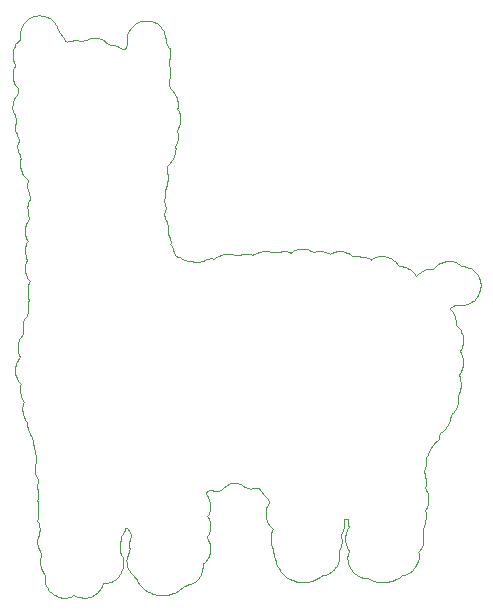
<source format=gbr>
%TF.GenerationSoftware,KiCad,Pcbnew,5.1.10*%
%TF.CreationDate,2021-09-11T14:18:55+02:00*%
%TF.ProjectId,alpaka_svg2shenzhen,616c7061-6b61-45f7-9376-67327368656e,rev?*%
%TF.SameCoordinates,Original*%
%TF.FileFunction,Profile,NP*%
%FSLAX46Y46*%
G04 Gerber Fmt 4.6, Leading zero omitted, Abs format (unit mm)*
G04 Created by KiCad (PCBNEW 5.1.10) date 2021-09-11 14:18:55*
%MOMM*%
%LPD*%
G01*
G04 APERTURE LIST*
%TA.AperFunction,Profile*%
%ADD10C,0.100000*%
%TD*%
G04 APERTURE END LIST*
D10*
X72442584Y-24220255D02*
X72320108Y-24223356D01*
X72320108Y-24223356D02*
X72227928Y-24229358D01*
X72227928Y-24229358D02*
X72137334Y-24241073D01*
X72137334Y-24241073D02*
X72048461Y-24258298D01*
X72048461Y-24258298D02*
X71961466Y-24280828D01*
X71961466Y-24280828D02*
X71876455Y-24308456D01*
X71876455Y-24308456D02*
X71793588Y-24340980D01*
X71793588Y-24340980D02*
X71712943Y-24378192D01*
X71712943Y-24378192D02*
X71634680Y-24419889D01*
X71634680Y-24419889D02*
X71558929Y-24465865D01*
X71558929Y-24465865D02*
X71485825Y-24515916D01*
X71485825Y-24515916D02*
X71415473Y-24569837D01*
X71415473Y-24569837D02*
X71348030Y-24627422D01*
X71348030Y-24627422D02*
X71283604Y-24688467D01*
X71283604Y-24688467D02*
X71222327Y-24752766D01*
X71222327Y-24752766D02*
X71164357Y-24820116D01*
X71164357Y-24820116D02*
X71109773Y-24890310D01*
X71109773Y-24890310D02*
X71058762Y-24963142D01*
X71058762Y-24963142D02*
X71011401Y-25038410D01*
X71011401Y-25038410D02*
X70967851Y-25115909D01*
X70967851Y-25115909D02*
X70928243Y-25195432D01*
X70928243Y-25195432D02*
X70892683Y-25276776D01*
X70892683Y-25276776D02*
X70861303Y-25359736D01*
X70861303Y-25359736D02*
X70834263Y-25444103D01*
X70834263Y-25444103D02*
X70811668Y-25529677D01*
X70811668Y-25529677D02*
X70793623Y-25616249D01*
X70793623Y-25616249D02*
X70780315Y-25703617D01*
X70780315Y-25703617D02*
X70771848Y-25791578D01*
X70771848Y-25791578D02*
X70768329Y-25879922D01*
X70768329Y-25879922D02*
X70769916Y-25968446D01*
X70769916Y-25968446D02*
X70776716Y-26056944D01*
X70776716Y-26056944D02*
X70788887Y-26145214D01*
X70788887Y-26145214D02*
X70806508Y-26233050D01*
X70806508Y-26233050D02*
X70746686Y-26278746D01*
X70746686Y-26278746D02*
X70689430Y-26327430D01*
X70689430Y-26327430D02*
X70582883Y-26433115D01*
X70582883Y-26433115D02*
X70487236Y-26548835D01*
X70487236Y-26548835D02*
X70402834Y-26673316D01*
X70402834Y-26673316D02*
X70330047Y-26805288D01*
X70330047Y-26805288D02*
X70269193Y-26943471D01*
X70269193Y-26943471D02*
X70220669Y-27086603D01*
X70220669Y-27086603D02*
X70184765Y-27233393D01*
X70184765Y-27233393D02*
X70161852Y-27382565D01*
X70161852Y-27382565D02*
X70152274Y-27532875D01*
X70152274Y-27532875D02*
X70156401Y-27683026D01*
X70156401Y-27683026D02*
X70174578Y-27831748D01*
X70174578Y-27831748D02*
X70207148Y-27977771D01*
X70207148Y-27977771D02*
X70254456Y-28119826D01*
X70254456Y-28119826D02*
X70283719Y-28188961D01*
X70283719Y-28188961D02*
X70316845Y-28256642D01*
X70316845Y-28256642D02*
X70353807Y-28322682D01*
X70353807Y-28322682D02*
X70394658Y-28386922D01*
X70394658Y-28386922D02*
X70323803Y-28504477D01*
X70323803Y-28504477D02*
X70265410Y-28627719D01*
X70265410Y-28627719D02*
X70219293Y-28755645D01*
X70219293Y-28755645D02*
X70185188Y-28887302D01*
X70185188Y-28887302D02*
X70162884Y-29021657D01*
X70162884Y-29021657D02*
X70152221Y-29157811D01*
X70152221Y-29157811D02*
X70152935Y-29294707D01*
X70152935Y-29294707D02*
X70164815Y-29431417D01*
X70164815Y-29431417D02*
X70187675Y-29566963D01*
X70187675Y-29566963D02*
X70221251Y-29700365D01*
X70221251Y-29700365D02*
X70265383Y-29830620D01*
X70265383Y-29830620D02*
X70319834Y-29956773D01*
X70319834Y-29956773D02*
X70384393Y-30077846D01*
X70384393Y-30077846D02*
X70458820Y-30192834D01*
X70458820Y-30192834D02*
X70542931Y-30300810D01*
X70542931Y-30300810D02*
X70636514Y-30400743D01*
X70636514Y-30400743D02*
X70636937Y-30503454D01*
X70636937Y-30503454D02*
X70625639Y-30600847D01*
X70625639Y-30600847D02*
X70604235Y-30693716D01*
X70604235Y-30693716D02*
X70574390Y-30782801D01*
X70574390Y-30782801D02*
X70537745Y-30868923D01*
X70537745Y-30868923D02*
X70495914Y-30952795D01*
X70495914Y-30952795D02*
X70403390Y-31116943D01*
X70403390Y-31116943D02*
X70310018Y-31281434D01*
X70310018Y-31281434D02*
X70267129Y-31365704D01*
X70267129Y-31365704D02*
X70228950Y-31452408D01*
X70228950Y-31452408D02*
X70197147Y-31542233D01*
X70197147Y-31542233D02*
X70173361Y-31636002D01*
X70173361Y-31636002D02*
X70159232Y-31734453D01*
X70159232Y-31734453D02*
X70156428Y-31838381D01*
X70156428Y-31838381D02*
X70145051Y-31893600D01*
X70145051Y-31893600D02*
X70138172Y-31947971D01*
X70138172Y-31947971D02*
X70136478Y-32054360D01*
X70136478Y-32054360D02*
X70148728Y-32157945D01*
X70148728Y-32157945D02*
X70172303Y-32259121D01*
X70172303Y-32259121D02*
X70204555Y-32358313D01*
X70204555Y-32358313D02*
X70242867Y-32455944D01*
X70242867Y-32455944D02*
X70327190Y-32648111D01*
X70327190Y-32648111D02*
X70367935Y-32743493D01*
X70367935Y-32743493D02*
X70404210Y-32838955D01*
X70404210Y-32838955D02*
X70433420Y-32934893D01*
X70433420Y-32934893D02*
X70452920Y-33031703D01*
X70452920Y-33031703D02*
X70460063Y-33129864D01*
X70460063Y-33129864D02*
X70458211Y-33179552D01*
X70458211Y-33179552D02*
X70452258Y-33229717D01*
X70452258Y-33229717D02*
X70441913Y-33280411D01*
X70441913Y-33280411D02*
X70426858Y-33331688D01*
X70426858Y-33331688D02*
X70406723Y-33383625D01*
X70406723Y-33383625D02*
X70381218Y-33436224D01*
X70381218Y-33436224D02*
X70363861Y-33494486D01*
X70363861Y-33494486D02*
X70351664Y-33551874D01*
X70351664Y-33551874D02*
X70344335Y-33608415D01*
X70344335Y-33608415D02*
X70341424Y-33664163D01*
X70341424Y-33664163D02*
X70347589Y-33773515D01*
X70347589Y-33773515D02*
X70367221Y-33880353D01*
X70367221Y-33880353D02*
X70397410Y-33985102D01*
X70397410Y-33985102D02*
X70435245Y-34088157D01*
X70435245Y-34088157D02*
X70522134Y-34290907D01*
X70522134Y-34290907D02*
X70565367Y-34391395D01*
X70565367Y-34391395D02*
X70604552Y-34491884D01*
X70604552Y-34491884D02*
X70636805Y-34592770D01*
X70636805Y-34592770D02*
X70659162Y-34694475D01*
X70659162Y-34694475D02*
X70668740Y-34797398D01*
X70668740Y-34797398D02*
X70667814Y-34849468D01*
X70667814Y-34849468D02*
X70662602Y-34901988D01*
X70662602Y-34901988D02*
X70652733Y-34955037D01*
X70652733Y-34955037D02*
X70637837Y-35008641D01*
X70637837Y-35008641D02*
X70617570Y-35062854D01*
X70617570Y-35062854D02*
X70591535Y-35117755D01*
X70591535Y-35117755D02*
X70573728Y-35195701D01*
X70573728Y-35195701D02*
X70564415Y-35274230D01*
X70564415Y-35274230D02*
X70562721Y-35353155D01*
X70562721Y-35353155D02*
X70567775Y-35432239D01*
X70567775Y-35432239D02*
X70578702Y-35511270D01*
X70578702Y-35511270D02*
X70594630Y-35590009D01*
X70594630Y-35590009D02*
X70638048Y-35745769D01*
X70638048Y-35745769D02*
X70691071Y-35897746D01*
X70691071Y-35897746D02*
X70746713Y-36044140D01*
X70746713Y-36044140D02*
X70798015Y-36183152D01*
X70798015Y-36183152D02*
X70838047Y-36313035D01*
X70838047Y-36313035D02*
X70806985Y-36441385D01*
X70806985Y-36441385D02*
X70786797Y-36571163D01*
X70786797Y-36571163D02*
X70777245Y-36701655D01*
X70777245Y-36701655D02*
X70778039Y-36832174D01*
X70778039Y-36832174D02*
X70788887Y-36962084D01*
X70788887Y-36962084D02*
X70809551Y-37090645D01*
X70809551Y-37090645D02*
X70839766Y-37217248D01*
X70839766Y-37217248D02*
X70879216Y-37341178D01*
X70879216Y-37341178D02*
X70927661Y-37461722D01*
X70927661Y-37461722D02*
X70984837Y-37578271D01*
X70984837Y-37578271D02*
X71050454Y-37690084D01*
X71050454Y-37690084D02*
X71124272Y-37796526D01*
X71124272Y-37796526D02*
X71205976Y-37896909D01*
X71205976Y-37896909D02*
X71295325Y-37990518D01*
X71295325Y-37990518D02*
X71392057Y-38076693D01*
X71392057Y-38076693D02*
X71495879Y-38154798D01*
X71495879Y-38154798D02*
X71469130Y-38208164D01*
X71469130Y-38208164D02*
X71446984Y-38261716D01*
X71446984Y-38261716D02*
X71429151Y-38315347D01*
X71429151Y-38315347D02*
X71415393Y-38369057D01*
X71415393Y-38369057D02*
X71399015Y-38476663D01*
X71399015Y-38476663D02*
X71395761Y-38584295D01*
X71395761Y-38584295D02*
X71403487Y-38691742D01*
X71403487Y-38691742D02*
X71420103Y-38798793D01*
X71420103Y-38798793D02*
X71443492Y-38905234D01*
X71443492Y-38905234D02*
X71471538Y-39010856D01*
X71471538Y-39010856D02*
X71533238Y-39218765D01*
X71533238Y-39218765D02*
X71588298Y-39420854D01*
X71588298Y-39420854D02*
X71608089Y-39519173D01*
X71608089Y-39519173D02*
X71619889Y-39615375D01*
X71619889Y-39615375D02*
X71621609Y-39709302D01*
X71621609Y-39709302D02*
X71611132Y-39800689D01*
X71611132Y-39800689D02*
X71551257Y-39893769D01*
X71551257Y-39893769D02*
X71503684Y-39990157D01*
X71503684Y-39990157D02*
X71467410Y-40089376D01*
X71467410Y-40089376D02*
X71441455Y-40190923D01*
X71441455Y-40190923D02*
X71424812Y-40294348D01*
X71424812Y-40294348D02*
X71416531Y-40399123D01*
X71416531Y-40399123D02*
X71415552Y-40504797D01*
X71415552Y-40504797D02*
X71420949Y-40610869D01*
X71420949Y-40610869D02*
X71431718Y-40716887D01*
X71431718Y-40716887D02*
X71446879Y-40822376D01*
X71446879Y-40822376D02*
X71486381Y-41029704D01*
X71486381Y-41029704D02*
X71574434Y-41416603D01*
X71574434Y-41416603D02*
X71496964Y-41516880D01*
X71496964Y-41516880D02*
X71428252Y-41623163D01*
X71428252Y-41623163D02*
X71368430Y-41734711D01*
X71368430Y-41734711D02*
X71317603Y-41850678D01*
X71317603Y-41850678D02*
X71275852Y-41970323D01*
X71275852Y-41970323D02*
X71243282Y-42092825D01*
X71243282Y-42092825D02*
X71219999Y-42217417D01*
X71219999Y-42217417D02*
X71206108Y-42343332D01*
X71206108Y-42343332D02*
X71201689Y-42469749D01*
X71201689Y-42469749D02*
X71206902Y-42595929D01*
X71206902Y-42595929D02*
X71221771Y-42721024D01*
X71221771Y-42721024D02*
X71246457Y-42844293D01*
X71246457Y-42844293D02*
X71281064Y-42964943D01*
X71281064Y-42964943D02*
X71325647Y-43082180D01*
X71325647Y-43082180D02*
X71380336Y-43195236D01*
X71380336Y-43195236D02*
X71445238Y-43303292D01*
X71445238Y-43303292D02*
X71382109Y-43394308D01*
X71382109Y-43394308D02*
X71330144Y-43489823D01*
X71330144Y-43489823D02*
X71288605Y-43589200D01*
X71288605Y-43589200D02*
X71256696Y-43691858D01*
X71256696Y-43691858D02*
X71233625Y-43797136D01*
X71233625Y-43797136D02*
X71218570Y-43904451D01*
X71218570Y-43904451D02*
X71210818Y-44013115D01*
X71210818Y-44013115D02*
X71209521Y-44122520D01*
X71209521Y-44122520D02*
X71213913Y-44232084D01*
X71213913Y-44232084D02*
X71223200Y-44341119D01*
X71223200Y-44341119D02*
X71253310Y-44555193D01*
X71253310Y-44555193D02*
X71293606Y-44759715D01*
X71293606Y-44759715D02*
X71337764Y-44949712D01*
X71337764Y-44949712D02*
X71293976Y-45059726D01*
X71293976Y-45059726D02*
X71258866Y-45172042D01*
X71258866Y-45172042D02*
X71232328Y-45286183D01*
X71232328Y-45286183D02*
X71214204Y-45401647D01*
X71214204Y-45401647D02*
X71204388Y-45517984D01*
X71204388Y-45517984D02*
X71202748Y-45634665D01*
X71202748Y-45634665D02*
X71209151Y-45751240D01*
X71209151Y-45751240D02*
X71223465Y-45867154D01*
X71223465Y-45867154D02*
X71245557Y-45981983D01*
X71245557Y-45981983D02*
X71275323Y-46095198D01*
X71275323Y-46095198D02*
X71312603Y-46206323D01*
X71312603Y-46206323D02*
X71357291Y-46314855D01*
X71357291Y-46314855D02*
X71409255Y-46420344D01*
X71409255Y-46420344D02*
X71468363Y-46522235D01*
X71468363Y-46522235D02*
X71534482Y-46620104D01*
X71534482Y-46620104D02*
X71607507Y-46713423D01*
X71607507Y-46713423D02*
X71556628Y-46807164D01*
X71556628Y-46807164D02*
X71514850Y-46903790D01*
X71514850Y-46903790D02*
X71481592Y-47002850D01*
X71481592Y-47002850D02*
X71456245Y-47103868D01*
X71456245Y-47103868D02*
X71438174Y-47206473D01*
X71438174Y-47206473D02*
X71426823Y-47310190D01*
X71426823Y-47310190D02*
X71421558Y-47414594D01*
X71421558Y-47414594D02*
X71421770Y-47519237D01*
X71421770Y-47519237D02*
X71426850Y-47623694D01*
X71426850Y-47623694D02*
X71436242Y-47727516D01*
X71436242Y-47727516D02*
X71465426Y-47931536D01*
X71465426Y-47931536D02*
X71504478Y-48127804D01*
X71504478Y-48127804D02*
X71548584Y-48312800D01*
X71548584Y-48312800D02*
X71521173Y-48361060D01*
X71521173Y-48361060D02*
X71497943Y-48409876D01*
X71497943Y-48409876D02*
X71462806Y-48508962D01*
X71462806Y-48508962D02*
X71440687Y-48609636D01*
X71440687Y-48609636D02*
X71429099Y-48711421D01*
X71429099Y-48711421D02*
X71425553Y-48813894D01*
X71425553Y-48813894D02*
X71427564Y-48916605D01*
X71427564Y-48916605D02*
X71438306Y-49120969D01*
X71438306Y-49120969D02*
X71442090Y-49221749D01*
X71442090Y-49221749D02*
X71441481Y-49320968D01*
X71441481Y-49320968D02*
X71433993Y-49418202D01*
X71433993Y-49418202D02*
X71417166Y-49513002D01*
X71417166Y-49513002D02*
X71388485Y-49604918D01*
X71388485Y-49604918D02*
X71368906Y-49649659D01*
X71368906Y-49649659D02*
X71345464Y-49693527D01*
X71345464Y-49693527D02*
X71317788Y-49736442D01*
X71317788Y-49736442D02*
X71285615Y-49778352D01*
X71285615Y-49778352D02*
X71248626Y-49819204D01*
X71248626Y-49819204D02*
X71206505Y-49858971D01*
X71206505Y-49858971D02*
X71153562Y-49932498D01*
X71153562Y-49932498D02*
X71110646Y-50009995D01*
X71110646Y-50009995D02*
X71076727Y-50090851D01*
X71076727Y-50090851D02*
X71050851Y-50174565D01*
X71050851Y-50174565D02*
X71031986Y-50260555D01*
X71031986Y-50260555D02*
X71019154Y-50348290D01*
X71019154Y-50348290D02*
X71011322Y-50437190D01*
X71011322Y-50437190D02*
X71007538Y-50526725D01*
X71007538Y-50526725D02*
X71007988Y-50705477D01*
X71007988Y-50705477D02*
X71012539Y-50880023D01*
X71012539Y-50880023D02*
X71013148Y-51046181D01*
X71013148Y-51046181D02*
X71009496Y-51124762D01*
X71009496Y-51124762D02*
X71001850Y-51199375D01*
X71001850Y-51199375D02*
X70919326Y-51301504D01*
X70919326Y-51301504D02*
X70845428Y-51408924D01*
X70845428Y-51408924D02*
X70780235Y-51521107D01*
X70780235Y-51521107D02*
X70723826Y-51637259D01*
X70723826Y-51637259D02*
X70676333Y-51756851D01*
X70676333Y-51756851D02*
X70637837Y-51879353D01*
X70637837Y-51879353D02*
X70608415Y-52004236D01*
X70608415Y-52004236D02*
X70588174Y-52130707D01*
X70588174Y-52130707D02*
X70577194Y-52258236D01*
X70577194Y-52258236D02*
X70575580Y-52386029D01*
X70575580Y-52386029D02*
X70583438Y-52513823D01*
X70583438Y-52513823D02*
X70600821Y-52640558D01*
X70600821Y-52640558D02*
X70627862Y-52765970D01*
X70627862Y-52765970D02*
X70664639Y-52889531D01*
X70664639Y-52889531D02*
X70711232Y-53010181D01*
X70711232Y-53010181D02*
X70767773Y-53127391D01*
X70767773Y-53127391D02*
X70716577Y-53188774D01*
X70716577Y-53188774D02*
X70668846Y-53252274D01*
X70668846Y-53252274D02*
X70583756Y-53385095D01*
X70583756Y-53385095D02*
X70512530Y-53525059D01*
X70512530Y-53525059D02*
X70455169Y-53670580D01*
X70455169Y-53670580D02*
X70411645Y-53820598D01*
X70411645Y-53820598D02*
X70382011Y-53973527D01*
X70382011Y-53973527D02*
X70366242Y-54128838D01*
X70366242Y-54128838D02*
X70364337Y-54284412D01*
X70364337Y-54284412D02*
X70376349Y-54439458D01*
X70376349Y-54439458D02*
X70402225Y-54592916D01*
X70402225Y-54592916D02*
X70441992Y-54742935D01*
X70441992Y-54742935D02*
X70495650Y-54888720D01*
X70495650Y-54888720D02*
X70563224Y-55028949D01*
X70563224Y-55028949D02*
X70602224Y-55096418D01*
X70602224Y-55096418D02*
X70644716Y-55162034D01*
X70644716Y-55162034D02*
X70690674Y-55225799D01*
X70690674Y-55225799D02*
X70740098Y-55287182D01*
X70740098Y-55287182D02*
X70793015Y-55346184D01*
X70793015Y-55346184D02*
X70849424Y-55402805D01*
X70849424Y-55402805D02*
X70823203Y-55501494D01*
X70823203Y-55501494D02*
X70803227Y-55600977D01*
X70803227Y-55600977D02*
X70789363Y-55700990D01*
X70789363Y-55700990D02*
X70781532Y-55801002D01*
X70781532Y-55801002D02*
X70779627Y-55901014D01*
X70779627Y-55901014D02*
X70783542Y-56001027D01*
X70783542Y-56001027D02*
X70793226Y-56100245D01*
X70793226Y-56100245D02*
X70808546Y-56198935D01*
X70808546Y-56198935D02*
X70829448Y-56296566D01*
X70829448Y-56296566D02*
X70855774Y-56392874D01*
X70855774Y-56392874D02*
X70887497Y-56487860D01*
X70887497Y-56487860D02*
X70924486Y-56580993D01*
X70924486Y-56580993D02*
X70966660Y-56672274D01*
X70966660Y-56672274D02*
X71013915Y-56761174D01*
X71013915Y-56761174D02*
X71066144Y-56847957D01*
X71066144Y-56847957D02*
X71123293Y-56931830D01*
X71123293Y-56931830D02*
X71073896Y-57047982D01*
X71073896Y-57047982D02*
X71036510Y-57166250D01*
X71036510Y-57166250D02*
X71010475Y-57285842D01*
X71010475Y-57285842D02*
X70995156Y-57406756D01*
X70995156Y-57406756D02*
X70989864Y-57528200D01*
X70989864Y-57528200D02*
X70993992Y-57649643D01*
X70993992Y-57649643D02*
X71006851Y-57770558D01*
X71006851Y-57770558D02*
X71027805Y-57890943D01*
X71027805Y-57890943D02*
X71056169Y-58009741D01*
X71056169Y-58009741D02*
X71091332Y-58126687D01*
X71091332Y-58126687D02*
X71132633Y-58241516D01*
X71132633Y-58241516D02*
X71179385Y-58353434D01*
X71179385Y-58353434D02*
X71230952Y-58462178D01*
X71230952Y-58462178D02*
X71286700Y-58567217D01*
X71286700Y-58567217D02*
X71345940Y-58667759D01*
X71345940Y-58667759D02*
X71408038Y-58763803D01*
X71408038Y-58763803D02*
X71399836Y-58886834D01*
X71399836Y-58886834D02*
X71405842Y-59004573D01*
X71405842Y-59004573D02*
X71424098Y-59118079D01*
X71424098Y-59118079D02*
X71452646Y-59227617D01*
X71452646Y-59227617D02*
X71489529Y-59334243D01*
X71489529Y-59334243D02*
X71532762Y-59438489D01*
X71532762Y-59438489D02*
X71630473Y-59642483D01*
X71630473Y-59642483D02*
X71730062Y-59845153D01*
X71730062Y-59845153D02*
X71775623Y-59947811D01*
X71775623Y-59947811D02*
X71815787Y-60051793D01*
X71815787Y-60051793D02*
X71848568Y-60158419D01*
X71848568Y-60158419D02*
X71871984Y-60267957D01*
X71871984Y-60267957D02*
X71884102Y-60380934D01*
X71884102Y-60380934D02*
X71882938Y-60498673D01*
X71882938Y-60498673D02*
X71944030Y-60683881D01*
X71944030Y-60683881D02*
X71997846Y-60878350D01*
X71997846Y-60878350D02*
X72043698Y-61078639D01*
X72043698Y-61078639D02*
X72080872Y-61281310D01*
X72080872Y-61281310D02*
X72108680Y-61482922D01*
X72108680Y-61482922D02*
X72126433Y-61680036D01*
X72126433Y-61680036D02*
X72133418Y-61869478D01*
X72133418Y-61869478D02*
X72128921Y-62047278D01*
X72128921Y-62047278D02*
X72103044Y-62141998D01*
X72103044Y-62141998D02*
X72081640Y-62238571D01*
X72081640Y-62238571D02*
X72064918Y-62336467D01*
X72064918Y-62336467D02*
X72052959Y-62435685D01*
X72052959Y-62435685D02*
X72045974Y-62535698D01*
X72045974Y-62535698D02*
X72044095Y-62635710D01*
X72044095Y-62635710D02*
X72047455Y-62735722D01*
X72047455Y-62735722D02*
X72056266Y-62835206D01*
X72056266Y-62835206D02*
X72070606Y-62933366D01*
X72070606Y-62933366D02*
X72090688Y-63030203D01*
X72090688Y-63030203D02*
X72116617Y-63125189D01*
X72116617Y-63125189D02*
X72148579Y-63217793D01*
X72148579Y-63217793D02*
X72186732Y-63307751D01*
X72186732Y-63307751D02*
X72231208Y-63394534D01*
X72231208Y-63394534D02*
X72282167Y-63477613D01*
X72282167Y-63477613D02*
X72339767Y-63556724D01*
X72339767Y-63556724D02*
X72299788Y-63666790D01*
X72299788Y-63666790D02*
X72273277Y-63776327D01*
X72273277Y-63776327D02*
X72258381Y-63885600D01*
X72258381Y-63885600D02*
X72253116Y-63994079D01*
X72253116Y-63994079D02*
X72255603Y-64102294D01*
X72255603Y-64102294D02*
X72263964Y-64210244D01*
X72263964Y-64210244D02*
X72290528Y-64425085D01*
X72290528Y-64425085D02*
X72317515Y-64639397D01*
X72317515Y-64639397D02*
X72326405Y-64746289D01*
X72326405Y-64746289D02*
X72329686Y-64853180D01*
X72329686Y-64853180D02*
X72325400Y-64960336D01*
X72325400Y-64960336D02*
X72311695Y-65067228D01*
X72311695Y-65067228D02*
X72286612Y-65174384D01*
X72286612Y-65174384D02*
X72248300Y-65281805D01*
X72248300Y-65281805D02*
X72278675Y-65396369D01*
X72278675Y-65396369D02*
X72302461Y-65508288D01*
X72302461Y-65508288D02*
X72320214Y-65618090D01*
X72320214Y-65618090D02*
X72332570Y-65726304D01*
X72332570Y-65726304D02*
X72340031Y-65832931D01*
X72340031Y-65832931D02*
X72343233Y-65938500D01*
X72343233Y-65938500D02*
X72339105Y-66147785D01*
X72339105Y-66147785D02*
X72324791Y-66357599D01*
X72324791Y-66357599D02*
X72304895Y-66570853D01*
X72304895Y-66570853D02*
X72284046Y-66790192D01*
X72284046Y-66790192D02*
X72266901Y-67019057D01*
X72266901Y-67019057D02*
X72315504Y-67129123D01*
X72315504Y-67129123D02*
X72355509Y-67234956D01*
X72355509Y-67234956D02*
X72387339Y-67337879D01*
X72387339Y-67337879D02*
X72411389Y-67437892D01*
X72411389Y-67437892D02*
X72428137Y-67535787D01*
X72428137Y-67535787D02*
X72437954Y-67632095D01*
X72437954Y-67632095D02*
X72441314Y-67727345D01*
X72441314Y-67727345D02*
X72438589Y-67822331D01*
X72438589Y-67822331D02*
X72430254Y-67917316D01*
X72430254Y-67917316D02*
X72416707Y-68013095D01*
X72416707Y-68013095D02*
X72398372Y-68110197D01*
X72398372Y-68110197D02*
X72375671Y-68209151D01*
X72375671Y-68209151D02*
X72318918Y-68414997D01*
X72318918Y-68414997D02*
X72249835Y-68635130D01*
X72249835Y-68635130D02*
X72240760Y-68689634D01*
X72240760Y-68689634D02*
X72235891Y-68743609D01*
X72235891Y-68743609D02*
X72237585Y-68848384D01*
X72237585Y-68848384D02*
X72252375Y-68950248D01*
X72252375Y-68950248D02*
X72277696Y-69049467D01*
X72277696Y-69049467D02*
X72311060Y-69146304D01*
X72311060Y-69146304D02*
X72349900Y-69241554D01*
X72349900Y-69241554D02*
X72433905Y-69428879D01*
X72433905Y-69428879D02*
X72473990Y-69522012D01*
X72473990Y-69522012D02*
X72509444Y-69614880D01*
X72509444Y-69614880D02*
X72537675Y-69708543D01*
X72537675Y-69708543D02*
X72556222Y-69803264D01*
X72556222Y-69803264D02*
X72562493Y-69899307D01*
X72562493Y-69899307D02*
X72560217Y-69948255D01*
X72560217Y-69948255D02*
X72553947Y-69997468D01*
X72553947Y-69997468D02*
X72543363Y-70047474D01*
X72543363Y-70047474D02*
X72528097Y-70098009D01*
X72528097Y-70098009D02*
X72507883Y-70149338D01*
X72507883Y-70149338D02*
X72482377Y-70201461D01*
X72482377Y-70201461D02*
X72458247Y-70301738D01*
X72458247Y-70301738D02*
X72447002Y-70400427D01*
X72447002Y-70400427D02*
X72447346Y-70497794D01*
X72447346Y-70497794D02*
X72457903Y-70593838D01*
X72457903Y-70593838D02*
X72477350Y-70688558D01*
X72477350Y-70688558D02*
X72504364Y-70781956D01*
X72504364Y-70781956D02*
X72537595Y-70874031D01*
X72537595Y-70874031D02*
X72575722Y-70964783D01*
X72575722Y-70964783D02*
X72661288Y-71142583D01*
X72661288Y-71142583D02*
X72750347Y-71315620D01*
X72750347Y-71315620D02*
X72832262Y-71484159D01*
X72832262Y-71484159D02*
X72867187Y-71566709D01*
X72867187Y-71566709D02*
X72896317Y-71648201D01*
X72896317Y-71648201D02*
X72878775Y-71766205D01*
X72878775Y-71766205D02*
X72871261Y-71882886D01*
X72871261Y-71882886D02*
X72873404Y-71997980D01*
X72873404Y-71997980D02*
X72884781Y-72110957D01*
X72884781Y-72110957D02*
X72904995Y-72221817D01*
X72904995Y-72221817D02*
X72933623Y-72330031D01*
X72933623Y-72330031D02*
X72970242Y-72435600D01*
X72970242Y-72435600D02*
X73014480Y-72537993D01*
X73014480Y-72537993D02*
X73065915Y-72637212D01*
X73065915Y-72637212D02*
X73124150Y-72732462D01*
X73124150Y-72732462D02*
X73188734Y-72824008D01*
X73188734Y-72824008D02*
X73259299Y-72911056D01*
X73259299Y-72911056D02*
X73335446Y-72993870D01*
X73335446Y-72993870D02*
X73416752Y-73071657D01*
X73416752Y-73071657D02*
X73502794Y-73144418D01*
X73502794Y-73144418D02*
X73593176Y-73211622D01*
X73593176Y-73211622D02*
X73687500Y-73273534D01*
X73687500Y-73273534D02*
X73785342Y-73329097D01*
X73785342Y-73329097D02*
X73886307Y-73378574D01*
X73886307Y-73378574D02*
X73989997Y-73421436D01*
X73989997Y-73421436D02*
X74095963Y-73457419D01*
X74095963Y-73457419D02*
X74203833Y-73486524D01*
X74203833Y-73486524D02*
X74313212Y-73507955D01*
X74313212Y-73507955D02*
X74423649Y-73521713D01*
X74423649Y-73521713D02*
X74534774Y-73527534D01*
X74534774Y-73527534D02*
X74646163Y-73525153D01*
X74646163Y-73525153D02*
X74757394Y-73514040D01*
X74757394Y-73514040D02*
X74868095Y-73494196D01*
X74868095Y-73494196D02*
X74977818Y-73465357D01*
X74977818Y-73465357D02*
X75086191Y-73426992D01*
X75086191Y-73426992D02*
X75192792Y-73378838D01*
X75192792Y-73378838D02*
X75297196Y-73320630D01*
X75297196Y-73320630D02*
X75512143Y-73390215D01*
X75512143Y-73390215D02*
X75624803Y-73421436D01*
X75624803Y-73421436D02*
X75740161Y-73449217D01*
X75740161Y-73449217D02*
X75857636Y-73473030D01*
X75857636Y-73473030D02*
X75976698Y-73491815D01*
X75976698Y-73491815D02*
X76096740Y-73504780D01*
X76096740Y-73504780D02*
X76217231Y-73511659D01*
X76217231Y-73511659D02*
X76337589Y-73511130D01*
X76337589Y-73511130D02*
X76457260Y-73502928D01*
X76457260Y-73502928D02*
X76575661Y-73485730D01*
X76575661Y-73485730D02*
X76692263Y-73459536D01*
X76692263Y-73459536D02*
X76806457Y-73422759D01*
X76806457Y-73422759D02*
X76917714Y-73375399D01*
X76917714Y-73375399D02*
X77025452Y-73316132D01*
X77025452Y-73316132D02*
X77129116Y-73244695D01*
X77129116Y-73244695D02*
X77196426Y-73203949D01*
X77196426Y-73203949D02*
X77259873Y-73157647D01*
X77259873Y-73157647D02*
X77319616Y-73106053D01*
X77319616Y-73106053D02*
X77375840Y-73050226D01*
X77375840Y-73050226D02*
X77428756Y-72990695D01*
X77428756Y-72990695D02*
X77478551Y-72927989D01*
X77478551Y-72927989D02*
X77569488Y-72795962D01*
X77569488Y-72795962D02*
X77650186Y-72658908D01*
X77650186Y-72658908D02*
X77722152Y-72522119D01*
X77722152Y-72522119D02*
X77845871Y-72269971D01*
X77845871Y-72269971D02*
X77965648Y-72272617D01*
X77965648Y-72272617D02*
X78082911Y-72265473D01*
X78082911Y-72265473D02*
X78197423Y-72249333D01*
X78197423Y-72249333D02*
X78308918Y-72224463D01*
X78308918Y-72224463D02*
X78417212Y-72191125D01*
X78417212Y-72191125D02*
X78522013Y-72149850D01*
X78522013Y-72149850D02*
X78623110Y-72101167D01*
X78623110Y-72101167D02*
X78720265Y-72045340D01*
X78720265Y-72045340D02*
X78813240Y-71983163D01*
X78813240Y-71983163D02*
X78901769Y-71914371D01*
X78901769Y-71914371D02*
X78985642Y-71840024D01*
X78985642Y-71840024D02*
X79064620Y-71760119D01*
X79064620Y-71760119D02*
X79138439Y-71675453D01*
X79138439Y-71675453D02*
X79206886Y-71586024D01*
X79206886Y-71586024D02*
X79269698Y-71492626D01*
X79269698Y-71492626D02*
X79326663Y-71395524D01*
X79326663Y-71395524D02*
X79377542Y-71295247D01*
X79377542Y-71295247D02*
X79422072Y-71191795D01*
X79422072Y-71191795D02*
X79460013Y-71086227D01*
X79460013Y-71086227D02*
X79491154Y-70978541D01*
X79491154Y-70978541D02*
X79515231Y-70869269D01*
X79515231Y-70869269D02*
X79532032Y-70758673D01*
X79532032Y-70758673D02*
X79541293Y-70647548D01*
X79541293Y-70647548D02*
X79542774Y-70535894D01*
X79542774Y-70535894D02*
X79536266Y-70424504D01*
X79536266Y-70424504D02*
X79521502Y-70313380D01*
X79521502Y-70313380D02*
X79498245Y-70203313D01*
X79498245Y-70203313D02*
X79466257Y-70094834D01*
X79466257Y-70094834D02*
X79425299Y-69987943D01*
X79425299Y-69987943D02*
X79375161Y-69883168D01*
X79375161Y-69883168D02*
X79315577Y-69781039D01*
X79315577Y-69781039D02*
X79246309Y-69682085D01*
X79246309Y-69682085D02*
X79259221Y-69603768D01*
X79259221Y-69603768D02*
X79268613Y-69521483D01*
X79268613Y-69521483D02*
X79279144Y-69347652D01*
X79279144Y-69347652D02*
X79284224Y-68979881D01*
X79284224Y-68979881D02*
X79288404Y-68795732D01*
X79288404Y-68795732D02*
X79300072Y-68617403D01*
X79300072Y-68617403D02*
X79310206Y-68532207D01*
X79310206Y-68532207D02*
X79324044Y-68450451D01*
X79324044Y-68450451D02*
X79342168Y-68372399D01*
X79342168Y-68372399D02*
X79365160Y-68299109D01*
X79365160Y-68299109D02*
X79428951Y-68206770D01*
X79428951Y-68206770D02*
X79483534Y-68111784D01*
X79483534Y-68111784D02*
X79530286Y-68016799D01*
X79530286Y-68016799D02*
X79570714Y-67924724D01*
X79570714Y-67924724D02*
X79638236Y-67759360D01*
X79638236Y-67759360D02*
X79668213Y-67691362D01*
X79668213Y-67691362D02*
X79697608Y-67636593D01*
X79697608Y-67636593D02*
X79727850Y-67597700D01*
X79727850Y-67597700D02*
X79743725Y-67585000D01*
X79743725Y-67585000D02*
X79760341Y-67577327D01*
X79760341Y-67577327D02*
X79777909Y-67574946D01*
X79777909Y-67574946D02*
X79796589Y-67578385D01*
X79796589Y-67578385D02*
X79816538Y-67587646D01*
X79816538Y-67587646D02*
X79837996Y-67602991D01*
X79837996Y-67602991D02*
X79885991Y-67654320D01*
X79885991Y-67654320D02*
X79942030Y-67734489D01*
X79942030Y-67734489D02*
X80007541Y-67846408D01*
X80007541Y-67846408D02*
X80083979Y-67992722D01*
X80083979Y-67992722D02*
X80108162Y-68021826D01*
X80108162Y-68021826D02*
X80127714Y-68052253D01*
X80127714Y-68052253D02*
X80142981Y-68084532D01*
X80142981Y-68084532D02*
X80154226Y-68118134D01*
X80154226Y-68118134D02*
X80165920Y-68189307D01*
X80165920Y-68189307D02*
X80165232Y-68265507D01*
X80165232Y-68265507D02*
X80154543Y-68345940D01*
X80154543Y-68345940D02*
X80136340Y-68430078D01*
X80136340Y-68430078D02*
X80086889Y-68606555D01*
X80086889Y-68606555D02*
X80036248Y-68790440D01*
X80036248Y-68790440D02*
X80016510Y-68883309D01*
X80016510Y-68883309D02*
X80003731Y-68976177D01*
X80003731Y-68976177D02*
X80000344Y-69068252D01*
X80000344Y-69068252D02*
X80008731Y-69159004D01*
X80008731Y-69159004D02*
X80018098Y-69203719D01*
X80018098Y-69203719D02*
X80031327Y-69247904D01*
X80031327Y-69247904D02*
X80048710Y-69291560D01*
X80048710Y-69291560D02*
X80070538Y-69334158D01*
X80070538Y-69334158D02*
X80066887Y-69405860D01*
X80066887Y-69405860D02*
X80055298Y-69478620D01*
X80055298Y-69478620D02*
X80037201Y-69552968D01*
X80037201Y-69552968D02*
X80013917Y-69628639D01*
X80013917Y-69628639D02*
X79957482Y-69783155D01*
X79957482Y-69783155D02*
X79896972Y-69941641D01*
X79896972Y-69941641D02*
X79843473Y-70103301D01*
X79843473Y-70103301D02*
X79822809Y-70185321D01*
X79822809Y-70185321D02*
X79808019Y-70267871D01*
X79808019Y-70267871D02*
X79800505Y-70350950D01*
X79800505Y-70350950D02*
X79801669Y-70434559D01*
X79801669Y-70434559D02*
X79812834Y-70518431D01*
X79812834Y-70518431D02*
X79835403Y-70602304D01*
X79835403Y-70602304D02*
X79841039Y-70710783D01*
X79841039Y-70710783D02*
X79857734Y-70814235D01*
X79857734Y-70814235D02*
X79884483Y-70913189D01*
X79884483Y-70913189D02*
X79920176Y-71007910D01*
X79920176Y-71007910D02*
X79963779Y-71098927D01*
X79963779Y-71098927D02*
X80014208Y-71186239D01*
X80014208Y-71186239D02*
X80070432Y-71270905D01*
X80070432Y-71270905D02*
X80131339Y-71352397D01*
X80131339Y-71352397D02*
X80262996Y-71509559D01*
X80262996Y-71509559D02*
X80400711Y-71660107D01*
X80400711Y-71660107D02*
X80535940Y-71807744D01*
X80535940Y-71807744D02*
X80660161Y-71955382D01*
X80660161Y-71955382D02*
X80725857Y-72090848D01*
X80725857Y-72090848D02*
X80800046Y-72219965D01*
X80800046Y-72219965D02*
X80882279Y-72342202D01*
X80882279Y-72342202D02*
X80972025Y-72457560D01*
X80972025Y-72457560D02*
X81068836Y-72565775D01*
X81068836Y-72565775D02*
X81172209Y-72667375D01*
X81172209Y-72667375D02*
X81281667Y-72761566D01*
X81281667Y-72761566D02*
X81396707Y-72848879D01*
X81396707Y-72848879D02*
X81516881Y-72928783D01*
X81516881Y-72928783D02*
X81641685Y-73001278D01*
X81641685Y-73001278D02*
X81770616Y-73066366D01*
X81770616Y-73066366D02*
X81903225Y-73124045D01*
X81903225Y-73124045D02*
X82038983Y-73174051D01*
X82038983Y-73174051D02*
X82177465Y-73216649D01*
X82177465Y-73216649D02*
X82318118Y-73251309D01*
X82318118Y-73251309D02*
X82460490Y-73278032D01*
X82460490Y-73278032D02*
X82604105Y-73297082D01*
X82604105Y-73297082D02*
X82748488Y-73307930D01*
X82748488Y-73307930D02*
X82893110Y-73310840D01*
X82893110Y-73310840D02*
X83037519Y-73305813D01*
X83037519Y-73305813D02*
X83181240Y-73292320D01*
X83181240Y-73292320D02*
X83323745Y-73270624D01*
X83323745Y-73270624D02*
X83464582Y-73240461D01*
X83464582Y-73240461D02*
X83603250Y-73201832D01*
X83603250Y-73201832D02*
X83739299Y-73154736D01*
X83739299Y-73154736D02*
X83872199Y-73098909D01*
X83872199Y-73098909D02*
X84001474Y-73034351D01*
X84001474Y-73034351D02*
X84126675Y-72961062D01*
X84126675Y-72961062D02*
X84247272Y-72879041D01*
X84247272Y-72879041D02*
X84362815Y-72787760D01*
X84362815Y-72787760D02*
X84472776Y-72687747D01*
X84472776Y-72687747D02*
X84576731Y-72578475D01*
X84576731Y-72578475D02*
X84652877Y-72539846D01*
X84652877Y-72539846D02*
X84732940Y-72504921D01*
X84732940Y-72504921D02*
X84901929Y-72443537D01*
X84901929Y-72443537D02*
X85077930Y-72386917D01*
X85077930Y-72386917D02*
X85255174Y-72326856D01*
X85255174Y-72326856D02*
X85342460Y-72293519D01*
X85342460Y-72293519D02*
X85427894Y-72256477D01*
X85427894Y-72256477D02*
X85510761Y-72214673D01*
X85510761Y-72214673D02*
X85590348Y-72167577D01*
X85590348Y-72167577D02*
X85665913Y-72113867D01*
X85665913Y-72113867D02*
X85736768Y-72053013D01*
X85736768Y-72053013D02*
X85802173Y-71983428D01*
X85802173Y-71983428D02*
X85861387Y-71904582D01*
X85861387Y-71904582D02*
X85924966Y-71839230D01*
X85924966Y-71839230D02*
X85980449Y-71769380D01*
X85980449Y-71769380D02*
X86028550Y-71695561D01*
X86028550Y-71695561D02*
X86069984Y-71618038D01*
X86069984Y-71618038D02*
X86105438Y-71537870D01*
X86105438Y-71537870D02*
X86135654Y-71455320D01*
X86135654Y-71455320D02*
X86161318Y-71370653D01*
X86161318Y-71370653D02*
X86183146Y-71284928D01*
X86183146Y-71284928D02*
X86218151Y-71111362D01*
X86218151Y-71111362D02*
X86246302Y-70939383D01*
X86246302Y-70939383D02*
X86273290Y-70772696D01*
X86273290Y-70772696D02*
X86304775Y-70615798D01*
X86304775Y-70615798D02*
X86364068Y-70565527D01*
X86364068Y-70565527D02*
X86420292Y-70512346D01*
X86420292Y-70512346D02*
X86473367Y-70456519D01*
X86473367Y-70456519D02*
X86523347Y-70398311D01*
X86523347Y-70398311D02*
X86613808Y-70275280D01*
X86613808Y-70275280D02*
X86691569Y-70144311D01*
X86691569Y-70144311D02*
X86756498Y-70006728D01*
X86756498Y-70006728D02*
X86808462Y-69863853D01*
X86808462Y-69863853D02*
X86847355Y-69716480D01*
X86847355Y-69716480D02*
X86873046Y-69566462D01*
X86873046Y-69566462D02*
X86885376Y-69414591D01*
X86885376Y-69414591D02*
X86884265Y-69262191D01*
X86884265Y-69262191D02*
X86869580Y-69110585D01*
X86869580Y-69110585D02*
X86841191Y-68960831D01*
X86841191Y-68960831D02*
X86798937Y-68814252D01*
X86798937Y-68814252D02*
X86742739Y-68672436D01*
X86742739Y-68672436D02*
X86672466Y-68536176D01*
X86672466Y-68536176D02*
X86631985Y-68470294D01*
X86631985Y-68470294D02*
X86587958Y-68406530D01*
X86587958Y-68406530D02*
X86652781Y-68307576D01*
X86652781Y-68307576D02*
X86709799Y-68203595D01*
X86709799Y-68203595D02*
X86758958Y-68095909D01*
X86758958Y-68095909D02*
X86800127Y-67984520D01*
X86800127Y-67984520D02*
X86833253Y-67870485D01*
X86833253Y-67870485D02*
X86858256Y-67754333D01*
X86858256Y-67754333D02*
X86875057Y-67636858D01*
X86875057Y-67636858D02*
X86883550Y-67518589D01*
X86883550Y-67518589D02*
X86883656Y-67400056D01*
X86883656Y-67400056D02*
X86875295Y-67282052D01*
X86875295Y-67282052D02*
X86858388Y-67165107D01*
X86858388Y-67165107D02*
X86832856Y-67050277D01*
X86832856Y-67050277D02*
X86798593Y-66937830D01*
X86798593Y-66937830D02*
X86755545Y-66828292D01*
X86755545Y-66828292D02*
X86703634Y-66722724D01*
X86703634Y-66722724D02*
X86642753Y-66621653D01*
X86642753Y-66621653D02*
X86707364Y-66515026D01*
X86707364Y-66515026D02*
X86761604Y-66403901D01*
X86761604Y-66403901D02*
X86805657Y-66288808D01*
X86805657Y-66288808D02*
X86839709Y-66170539D01*
X86839709Y-66170539D02*
X86863945Y-66049889D01*
X86863945Y-66049889D02*
X86878603Y-65927652D01*
X86878603Y-65927652D02*
X86883868Y-65804092D01*
X86883868Y-65804092D02*
X86879926Y-65680002D01*
X86879926Y-65680002D02*
X86866987Y-65556442D01*
X86866987Y-65556442D02*
X86845239Y-65433940D01*
X86845239Y-65433940D02*
X86814891Y-65313026D01*
X86814891Y-65313026D02*
X86776130Y-65194492D01*
X86776130Y-65194492D02*
X86729140Y-65079134D01*
X86729140Y-65079134D02*
X86674159Y-64967480D01*
X86674159Y-64967480D02*
X86611347Y-64860324D01*
X86611347Y-64860324D02*
X86540942Y-64758195D01*
X86540942Y-64758195D02*
X86544355Y-64698135D01*
X86544355Y-64698135D02*
X86552345Y-64645483D01*
X86552345Y-64645483D02*
X86564701Y-64599710D01*
X86564701Y-64599710D02*
X86581185Y-64560551D01*
X86581185Y-64560551D02*
X86601611Y-64527479D01*
X86601611Y-64527479D02*
X86625714Y-64499697D01*
X86625714Y-64499697D02*
X86653284Y-64477472D01*
X86653284Y-64477472D02*
X86684081Y-64460010D01*
X86684081Y-64460010D02*
X86717895Y-64446781D01*
X86717895Y-64446781D02*
X86754487Y-64437520D01*
X86754487Y-64437520D02*
X86835158Y-64428789D01*
X86835158Y-64428789D02*
X86924270Y-64430906D01*
X86924270Y-64430906D02*
X87020022Y-64439902D01*
X87020022Y-64439902D02*
X87224201Y-64465831D01*
X87224201Y-64465831D02*
X87329055Y-64475620D01*
X87329055Y-64475620D02*
X87433327Y-64479060D01*
X87433327Y-64479060D02*
X87535218Y-64472181D01*
X87535218Y-64472181D02*
X87584695Y-64463979D01*
X87584695Y-64463979D02*
X87632902Y-64452072D01*
X87632902Y-64452072D02*
X87679628Y-64435668D01*
X87679628Y-64435668D02*
X87724633Y-64414766D01*
X87724633Y-64414766D02*
X87767681Y-64388837D01*
X87767681Y-64388837D02*
X87808559Y-64357352D01*
X87808559Y-64357352D02*
X87954953Y-64247814D01*
X87954953Y-64247814D02*
X88091504Y-64136425D01*
X88091504Y-64136425D02*
X88223399Y-64030592D01*
X88223399Y-64030592D02*
X88289200Y-63981908D01*
X88289200Y-63981908D02*
X88355769Y-63937194D01*
X88355769Y-63937194D02*
X88423767Y-63897771D01*
X88423767Y-63897771D02*
X88493776Y-63864169D01*
X88493776Y-63864169D02*
X88566510Y-63837182D01*
X88566510Y-63837182D02*
X88642551Y-63818132D01*
X88642551Y-63818132D02*
X88722587Y-63807813D01*
X88722587Y-63807813D02*
X88807227Y-63807019D01*
X88807227Y-63807019D02*
X88897159Y-63816809D01*
X88897159Y-63816809D02*
X88992991Y-63837975D01*
X88992991Y-63837975D02*
X89040748Y-63825011D01*
X89040748Y-63825011D02*
X89087447Y-63816809D01*
X89087447Y-63816809D02*
X89133194Y-63812840D01*
X89133194Y-63812840D02*
X89178067Y-63813104D01*
X89178067Y-63813104D02*
X89265459Y-63824746D01*
X89265459Y-63824746D02*
X89350231Y-63849088D01*
X89350231Y-63849088D02*
X89433072Y-63883748D01*
X89433072Y-63883748D02*
X89514564Y-63926611D01*
X89514564Y-63926611D02*
X89676065Y-64026623D01*
X89676065Y-64026623D02*
X89839763Y-64130339D01*
X89839763Y-64130339D02*
X89924006Y-64177435D01*
X89924006Y-64177435D02*
X90010710Y-64218446D01*
X90010710Y-64218446D02*
X90100456Y-64250725D01*
X90100456Y-64250725D02*
X90193933Y-64272156D01*
X90193933Y-64272156D02*
X90291697Y-64279829D01*
X90291697Y-64279829D02*
X90342417Y-64277977D01*
X90342417Y-64277977D02*
X90394434Y-64271891D01*
X90394434Y-64271891D02*
X90493706Y-64247285D01*
X90493706Y-64247285D02*
X90584405Y-64229558D01*
X90584405Y-64229558D02*
X90667272Y-64218446D01*
X90667272Y-64218446D02*
X90743075Y-64214212D01*
X90743075Y-64214212D02*
X90812528Y-64217123D01*
X90812528Y-64217123D02*
X90876372Y-64227177D01*
X90876372Y-64227177D02*
X90935348Y-64244375D01*
X90935348Y-64244375D02*
X90990170Y-64268981D01*
X90990170Y-64268981D02*
X91041604Y-64300996D01*
X91041604Y-64300996D02*
X91090367Y-64340683D01*
X91090367Y-64340683D02*
X91137172Y-64388043D01*
X91137172Y-64388043D02*
X91182812Y-64443341D01*
X91182812Y-64443341D02*
X91227977Y-64506312D01*
X91227977Y-64506312D02*
X91273406Y-64577220D01*
X91273406Y-64577220D02*
X91368020Y-64743907D01*
X91368020Y-64743907D02*
X91484569Y-64851328D01*
X91484569Y-64851328D02*
X91599107Y-64965099D01*
X91599107Y-64965099D02*
X91652474Y-65024630D01*
X91652474Y-65024630D02*
X91701607Y-65085484D01*
X91701607Y-65085484D02*
X91745236Y-65148190D01*
X91745236Y-65148190D02*
X91782119Y-65212484D01*
X91782119Y-65212484D02*
X91810985Y-65278630D01*
X91810985Y-65278630D02*
X91830617Y-65346098D01*
X91830617Y-65346098D02*
X91839772Y-65415419D01*
X91839772Y-65415419D02*
X91837153Y-65486327D01*
X91837153Y-65486327D02*
X91821542Y-65558823D01*
X91821542Y-65558823D02*
X91791697Y-65633171D01*
X91791697Y-65633171D02*
X91746374Y-65709106D01*
X91746374Y-65709106D02*
X91684277Y-65786629D01*
X91684277Y-65786629D02*
X91643504Y-65914687D01*
X91643504Y-65914687D02*
X91612892Y-66045127D01*
X91612892Y-66045127D02*
X91592440Y-66177683D01*
X91592440Y-66177683D02*
X91582042Y-66311033D01*
X91582042Y-66311033D02*
X91581645Y-66444912D01*
X91581645Y-66444912D02*
X91591196Y-66577997D01*
X91591196Y-66577997D02*
X91610617Y-66710024D01*
X91610617Y-66710024D02*
X91639827Y-66839669D01*
X91639827Y-66839669D02*
X91678773Y-66966669D01*
X91678773Y-66966669D02*
X91727404Y-67089965D01*
X91727404Y-67089965D02*
X91785638Y-67208763D01*
X91785638Y-67208763D02*
X91853424Y-67322004D01*
X91853424Y-67322004D02*
X91930656Y-67429425D01*
X91930656Y-67429425D02*
X92017439Y-67529966D01*
X92017439Y-67529966D02*
X92113219Y-67623100D01*
X92113219Y-67623100D02*
X92218523Y-67707502D01*
X92218523Y-67707502D02*
X92157933Y-67805662D01*
X92157933Y-67805662D02*
X92108721Y-67906997D01*
X92108721Y-67906997D02*
X92069827Y-68010978D01*
X92069827Y-68010978D02*
X92040723Y-68117341D01*
X92040723Y-68117341D02*
X92020879Y-68225555D01*
X92020879Y-68225555D02*
X92009502Y-68335357D01*
X92009502Y-68335357D02*
X92005533Y-68445953D01*
X92005533Y-68445953D02*
X92008973Y-68557342D01*
X92008973Y-68557342D02*
X92018498Y-68668732D01*
X92018498Y-68668732D02*
X92033844Y-68780121D01*
X92033844Y-68780121D02*
X92054217Y-68890717D01*
X92054217Y-68890717D02*
X92078558Y-68999990D01*
X92078558Y-68999990D02*
X92137560Y-69214037D01*
X92137560Y-69214037D02*
X92205293Y-69418560D01*
X92205293Y-69418560D02*
X92232545Y-69618320D01*
X92232545Y-69618320D02*
X92267735Y-69819668D01*
X92267735Y-69819668D02*
X92311391Y-70021280D01*
X92311391Y-70021280D02*
X92364308Y-70222098D01*
X92364308Y-70222098D02*
X92426485Y-70420271D01*
X92426485Y-70420271D02*
X92498716Y-70614740D01*
X92498716Y-70614740D02*
X92581530Y-70804181D01*
X92581530Y-70804181D02*
X92675193Y-70987008D01*
X92675193Y-70987008D02*
X92780497Y-71161897D01*
X92780497Y-71161897D02*
X92837382Y-71246035D01*
X92837382Y-71246035D02*
X92897707Y-71327526D01*
X92897707Y-71327526D02*
X92960678Y-71406637D01*
X92960678Y-71406637D02*
X93027088Y-71482836D01*
X93027088Y-71482836D02*
X93096674Y-71555861D01*
X93096674Y-71555861D02*
X93169698Y-71625976D01*
X93169698Y-71625976D02*
X93245898Y-71692651D01*
X93245898Y-71692651D02*
X93325538Y-71755622D01*
X93325538Y-71755622D02*
X93408881Y-71815153D01*
X93408881Y-71815153D02*
X93495400Y-71870715D01*
X93495400Y-71870715D02*
X93585887Y-71922309D01*
X93585887Y-71922309D02*
X93679814Y-71969669D01*
X93679814Y-71969669D02*
X93777446Y-72012796D01*
X93777446Y-72012796D02*
X93879045Y-72051425D01*
X93879045Y-72051425D02*
X94040970Y-72113602D01*
X94040970Y-72113602D02*
X94205805Y-72161227D01*
X94205805Y-72161227D02*
X94372493Y-72195358D01*
X94372493Y-72195358D02*
X94540768Y-72215996D01*
X94540768Y-72215996D02*
X94709571Y-72223669D01*
X94709571Y-72223669D02*
X94878375Y-72219171D01*
X94878375Y-72219171D02*
X95046915Y-72203031D01*
X95046915Y-72203031D02*
X95214131Y-72175515D01*
X95214131Y-72175515D02*
X95379496Y-72137415D01*
X95379496Y-72137415D02*
X95542479Y-72088996D01*
X95542479Y-72088996D02*
X95702551Y-72030788D01*
X95702551Y-72030788D02*
X95858655Y-71963319D01*
X95858655Y-71963319D02*
X96010526Y-71887119D01*
X96010526Y-71887119D02*
X96157370Y-71802717D01*
X96157370Y-71802717D02*
X96298392Y-71710907D01*
X96298392Y-71710907D02*
X96433330Y-71611688D01*
X96433330Y-71611688D02*
X96520113Y-71597930D01*
X96520113Y-71597930D02*
X96605044Y-71578880D01*
X96605044Y-71578880D02*
X96688123Y-71555068D01*
X96688123Y-71555068D02*
X96769350Y-71526493D01*
X96769350Y-71526493D02*
X96848196Y-71493155D01*
X96848196Y-71493155D02*
X96924925Y-71455584D01*
X96924925Y-71455584D02*
X96999273Y-71413780D01*
X96999273Y-71413780D02*
X97071239Y-71368007D01*
X97071239Y-71368007D02*
X97140560Y-71318530D01*
X97140560Y-71318530D02*
X97207235Y-71265349D01*
X97207235Y-71265349D02*
X97271000Y-71208728D01*
X97271000Y-71208728D02*
X97331854Y-71148933D01*
X97331854Y-71148933D02*
X97389797Y-71085962D01*
X97389797Y-71085962D02*
X97444566Y-71020345D01*
X97444566Y-71020345D02*
X97495895Y-70952083D01*
X97495895Y-70952083D02*
X97544049Y-70881175D01*
X97544049Y-70881175D02*
X97588764Y-70808150D01*
X97588764Y-70808150D02*
X97629774Y-70733008D01*
X97629774Y-70733008D02*
X97667345Y-70656279D01*
X97667345Y-70656279D02*
X97700682Y-70577698D01*
X97700682Y-70577698D02*
X97730316Y-70497529D01*
X97730316Y-70497529D02*
X97755980Y-70416038D01*
X97755980Y-70416038D02*
X97777411Y-70333753D01*
X97777411Y-70333753D02*
X97794609Y-70250409D01*
X97794609Y-70250409D02*
X97807574Y-70166271D01*
X97807574Y-70166271D02*
X97815776Y-70081605D01*
X97815776Y-70081605D02*
X97819745Y-69996938D01*
X97819745Y-69996938D02*
X97818686Y-69911743D01*
X97818686Y-69911743D02*
X97812865Y-69826811D01*
X97812865Y-69826811D02*
X97802282Y-69742145D01*
X97802282Y-69742145D02*
X97786407Y-69658008D01*
X97786407Y-69658008D02*
X97765505Y-69574664D01*
X97765505Y-69574664D02*
X97815247Y-69498199D01*
X97815247Y-69498199D02*
X97859697Y-69418824D01*
X97859697Y-69418824D02*
X97898590Y-69336539D01*
X97898590Y-69336539D02*
X97932192Y-69251608D01*
X97932192Y-69251608D02*
X97960503Y-69164560D01*
X97960503Y-69164560D02*
X97983522Y-69075925D01*
X97983522Y-69075925D02*
X98001249Y-68985702D01*
X98001249Y-68985702D02*
X98013949Y-68894421D01*
X98013949Y-68894421D02*
X98021357Y-68802346D01*
X98021357Y-68802346D02*
X98023474Y-68710007D01*
X98023474Y-68710007D02*
X98020828Y-68617667D01*
X98020828Y-68617667D02*
X98012890Y-68525592D01*
X98012890Y-68525592D02*
X97999926Y-68434311D01*
X97999926Y-68434311D02*
X97981934Y-68344088D01*
X97981934Y-68344088D02*
X97959180Y-68255453D01*
X97959180Y-68255453D02*
X97931399Y-68168405D01*
X97931399Y-68168405D02*
X97981669Y-68099349D01*
X97981669Y-68099349D02*
X98027442Y-68026853D01*
X98027442Y-68026853D02*
X98068717Y-67951183D01*
X98068717Y-67951183D02*
X98105230Y-67872601D01*
X98105230Y-67872601D02*
X98137244Y-67791904D01*
X98137244Y-67791904D02*
X98164496Y-67709089D01*
X98164496Y-67709089D02*
X98187250Y-67624687D01*
X98187250Y-67624687D02*
X98205507Y-67538698D01*
X98205507Y-67538698D02*
X98219265Y-67451914D01*
X98219265Y-67451914D02*
X98228261Y-67364337D01*
X98228261Y-67364337D02*
X98232759Y-67276761D01*
X98232759Y-67276761D02*
X98232494Y-67188919D01*
X98232494Y-67188919D02*
X98227732Y-67101871D01*
X98227732Y-67101871D02*
X98218207Y-67015353D01*
X98218207Y-67015353D02*
X98204184Y-66929892D01*
X98204184Y-66929892D02*
X98185663Y-66846019D01*
X98185663Y-66846019D02*
X98192278Y-66835701D01*
X98192278Y-66835701D02*
X98356054Y-66856867D01*
X98356054Y-66856867D02*
X98520625Y-66867186D01*
X98520625Y-66867186D02*
X98530150Y-67031757D01*
X98530150Y-67031757D02*
X98551846Y-67193946D01*
X98551846Y-67193946D02*
X98585183Y-67351902D01*
X98585183Y-67351902D02*
X98629104Y-67504302D01*
X98629104Y-67504302D02*
X98553169Y-67619396D01*
X98553169Y-67619396D02*
X98487288Y-67739252D01*
X98487288Y-67739252D02*
X98431725Y-67863606D01*
X98431725Y-67863606D02*
X98386217Y-67991399D01*
X98386217Y-67991399D02*
X98351027Y-68122103D01*
X98351027Y-68122103D02*
X98325892Y-68254924D01*
X98325892Y-68254924D02*
X98311340Y-68389067D01*
X98311340Y-68389067D02*
X98306842Y-68523740D01*
X98306842Y-68523740D02*
X98312663Y-68658413D01*
X98312663Y-68658413D02*
X98328802Y-68792027D01*
X98328802Y-68792027D02*
X98355261Y-68924319D01*
X98355261Y-68924319D02*
X98392302Y-69054229D01*
X98392302Y-69054229D02*
X98439663Y-69180964D01*
X98439663Y-69180964D02*
X98497606Y-69303995D01*
X98497606Y-69303995D02*
X98565869Y-69422529D01*
X98565869Y-69422529D02*
X98644450Y-69535770D01*
X98644450Y-69535770D02*
X98601587Y-69635253D01*
X98601587Y-69635253D02*
X98566927Y-69735795D01*
X98566927Y-69735795D02*
X98539940Y-69837659D01*
X98539940Y-69837659D02*
X98520360Y-69940053D01*
X98520360Y-69940053D02*
X98508454Y-70042711D01*
X98508454Y-70042711D02*
X98503692Y-70145634D01*
X98503692Y-70145634D02*
X98505808Y-70248292D01*
X98505808Y-70248292D02*
X98514804Y-70350421D01*
X98514804Y-70350421D02*
X98530415Y-70451757D01*
X98530415Y-70451757D02*
X98552375Y-70552033D01*
X98552375Y-70552033D02*
X98580421Y-70650723D01*
X98580421Y-70650723D02*
X98614287Y-70747825D01*
X98614287Y-70747825D02*
X98653975Y-70842546D01*
X98653975Y-70842546D02*
X98699219Y-70935150D01*
X98699219Y-70935150D02*
X98749754Y-71024843D01*
X98749754Y-71024843D02*
X98805316Y-71111891D01*
X98805316Y-71111891D02*
X98865906Y-71195499D01*
X98865906Y-71195499D02*
X98930993Y-71275403D01*
X98930993Y-71275403D02*
X99000579Y-71351339D01*
X99000579Y-71351339D02*
X99074397Y-71423305D01*
X99074397Y-71423305D02*
X99152449Y-71490509D01*
X99152449Y-71490509D02*
X99233941Y-71552951D01*
X99233941Y-71552951D02*
X99319401Y-71610365D01*
X99319401Y-71610365D02*
X99408036Y-71662224D01*
X99408036Y-71662224D02*
X99500111Y-71708261D01*
X99500111Y-71708261D02*
X99594832Y-71748478D01*
X99594832Y-71748478D02*
X99692463Y-71782080D01*
X99692463Y-71782080D02*
X99792740Y-71809067D01*
X99792740Y-71809067D02*
X99895398Y-71829176D01*
X99895398Y-71829176D02*
X99999909Y-71841876D01*
X99999909Y-71841876D02*
X100106800Y-71846903D01*
X100106800Y-71846903D02*
X100215015Y-71844257D01*
X100215015Y-71844257D02*
X100300210Y-71899819D01*
X100300210Y-71899819D02*
X100387258Y-71950619D01*
X100387258Y-71950619D02*
X100475893Y-71996921D01*
X100475893Y-71996921D02*
X100566381Y-72038461D01*
X100566381Y-72038461D02*
X100657926Y-72075502D01*
X100657926Y-72075502D02*
X100751060Y-72108311D01*
X100751060Y-72108311D02*
X100844987Y-72136356D01*
X100844987Y-72136356D02*
X100940237Y-72160434D01*
X100940237Y-72160434D02*
X101036016Y-72180013D01*
X101036016Y-72180013D02*
X101132853Y-72195358D01*
X101132853Y-72195358D02*
X101229955Y-72206736D01*
X101229955Y-72206736D02*
X101327586Y-72214144D01*
X101327586Y-72214144D02*
X101523642Y-72216790D01*
X101523642Y-72216790D02*
X101719698Y-72204090D01*
X101719698Y-72204090D02*
X101914696Y-72176309D01*
X101914696Y-72176309D02*
X102107577Y-72134504D01*
X102107577Y-72134504D02*
X102297283Y-72078677D01*
X102297283Y-72078677D02*
X102482226Y-72009621D01*
X102482226Y-72009621D02*
X102661878Y-71927865D01*
X102661878Y-71927865D02*
X102834915Y-71833938D01*
X102834915Y-71833938D02*
X103000015Y-71728370D01*
X103000015Y-71728370D02*
X103156384Y-71611688D01*
X103156384Y-71611688D02*
X103242638Y-71598195D01*
X103242638Y-71598195D02*
X103326775Y-71579674D01*
X103326775Y-71579674D02*
X103409061Y-71556391D01*
X103409061Y-71556391D02*
X103488965Y-71528345D01*
X103488965Y-71528345D02*
X103566752Y-71496066D01*
X103566752Y-71496066D02*
X103642158Y-71459553D01*
X103642158Y-71459553D02*
X103715183Y-71418807D01*
X103715183Y-71418807D02*
X103785827Y-71374357D01*
X103785827Y-71374357D02*
X103854089Y-71326203D01*
X103854089Y-71326203D02*
X103919441Y-71274610D01*
X103919441Y-71274610D02*
X103982147Y-71219576D01*
X103982147Y-71219576D02*
X104041943Y-71161368D01*
X104041943Y-71161368D02*
X104099093Y-71100249D01*
X104099093Y-71100249D02*
X104153068Y-71036485D01*
X104153068Y-71036485D02*
X104252022Y-70901018D01*
X104252022Y-70901018D02*
X104337747Y-70756821D01*
X104337747Y-70756821D02*
X104410243Y-70605479D01*
X104410243Y-70605479D02*
X104468186Y-70447788D01*
X104468186Y-70447788D02*
X104511313Y-70286128D01*
X104511313Y-70286128D02*
X104527188Y-70203842D01*
X104527188Y-70203842D02*
X104538830Y-70121028D01*
X104538830Y-70121028D02*
X104546503Y-70038213D01*
X104546503Y-70038213D02*
X104550207Y-69954870D01*
X104550207Y-69954870D02*
X104549413Y-69871526D01*
X104549413Y-69871526D02*
X104544386Y-69788447D01*
X104544386Y-69788447D02*
X104535126Y-69705897D01*
X104535126Y-69705897D02*
X104521103Y-69623612D01*
X104521103Y-69623612D02*
X104607092Y-69534183D01*
X104607092Y-69534183D02*
X104680911Y-69439197D01*
X104680911Y-69439197D02*
X104743353Y-69339185D01*
X104743353Y-69339185D02*
X104795475Y-69234939D01*
X104795475Y-69234939D02*
X104838073Y-69126989D01*
X104838073Y-69126989D02*
X104871675Y-69015600D01*
X104871675Y-69015600D02*
X104897604Y-68901829D01*
X104897604Y-68901829D02*
X104916390Y-68785942D01*
X104916390Y-68785942D02*
X104928825Y-68668996D01*
X104928825Y-68668996D02*
X104935969Y-68550992D01*
X104935969Y-68550992D02*
X104937557Y-68315513D01*
X104937557Y-68315513D02*
X104928032Y-68084268D01*
X104928032Y-68084268D02*
X104914009Y-67862018D01*
X104914009Y-67862018D02*
X104923269Y-67749570D01*
X104923269Y-67749570D02*
X104939673Y-67637652D01*
X104939673Y-67637652D02*
X104962163Y-67525733D01*
X104962163Y-67525733D02*
X104988621Y-67413815D01*
X104988621Y-67413815D02*
X105048417Y-67190242D01*
X105048417Y-67190242D02*
X105106096Y-66966669D01*
X105106096Y-66966669D02*
X105130438Y-66854751D01*
X105130438Y-66854751D02*
X105149752Y-66742832D01*
X105149752Y-66742832D02*
X105162452Y-66630649D01*
X105162452Y-66630649D02*
X105166950Y-66518466D01*
X105166950Y-66518466D02*
X105161658Y-66405753D01*
X105161658Y-66405753D02*
X105145254Y-66293041D01*
X105145254Y-66293041D02*
X105115885Y-66180064D01*
X105115885Y-66180064D02*
X105071965Y-66066822D01*
X105071965Y-66066822D02*
X105142873Y-65967604D01*
X105142873Y-65967604D02*
X105203992Y-65862300D01*
X105203992Y-65862300D02*
X105255585Y-65751175D01*
X105255585Y-65751175D02*
X105297654Y-65635817D01*
X105297654Y-65635817D02*
X105329933Y-65516754D01*
X105329933Y-65516754D02*
X105352952Y-65394782D01*
X105352952Y-65394782D02*
X105366446Y-65271221D01*
X105366446Y-65271221D02*
X105370679Y-65146603D01*
X105370679Y-65146603D02*
X105365387Y-65022249D01*
X105365387Y-65022249D02*
X105350835Y-64898424D01*
X105350835Y-64898424D02*
X105327287Y-64776716D01*
X105327287Y-64776716D02*
X105294214Y-64657653D01*
X105294214Y-64657653D02*
X105252410Y-64542295D01*
X105252410Y-64542295D02*
X105201346Y-64431435D01*
X105201346Y-64431435D02*
X105141285Y-64326131D01*
X105141285Y-64326131D02*
X105071965Y-64227177D01*
X105071965Y-64227177D02*
X105110065Y-64137219D01*
X105110065Y-64137219D02*
X105138110Y-64045673D01*
X105138110Y-64045673D02*
X105157425Y-63952804D01*
X105157425Y-63952804D02*
X105168802Y-63858877D01*
X105168802Y-63858877D02*
X105172771Y-63764157D01*
X105172771Y-63764157D02*
X105170125Y-63669171D01*
X105170125Y-63669171D02*
X105161923Y-63574186D01*
X105161923Y-63574186D02*
X105148958Y-63479730D01*
X105148958Y-63479730D02*
X105111388Y-63292670D01*
X105111388Y-63292670D02*
X105064292Y-63111166D01*
X105064292Y-63111166D02*
X104966661Y-62775939D01*
X104966661Y-62775939D02*
X105020371Y-62697093D01*
X105020371Y-62697093D02*
X105060852Y-62614543D01*
X105060852Y-62614543D02*
X105089956Y-62528819D01*
X105089956Y-62528819D02*
X105109535Y-62440448D01*
X105109535Y-62440448D02*
X105121706Y-62350225D01*
X105121706Y-62350225D02*
X105128321Y-62258679D01*
X105128321Y-62258679D02*
X105132554Y-62074265D01*
X105132554Y-62074265D02*
X105137846Y-61892232D01*
X105137846Y-61892232D02*
X105145783Y-61803861D01*
X105145783Y-61803861D02*
X105160071Y-61717872D01*
X105160071Y-61717872D02*
X105182031Y-61635057D01*
X105182031Y-61635057D02*
X105214310Y-61555682D01*
X105214310Y-61555682D02*
X105258496Y-61481070D01*
X105258496Y-61481070D02*
X105316439Y-61411220D01*
X105316439Y-61411220D02*
X105347396Y-61303270D01*
X105347396Y-61303270D02*
X105383908Y-61201670D01*
X105383908Y-61201670D02*
X105425183Y-61105362D01*
X105425183Y-61105362D02*
X105471220Y-61014081D01*
X105471220Y-61014081D02*
X105521227Y-60926769D01*
X105521227Y-60926769D02*
X105575202Y-60843160D01*
X105575202Y-60843160D02*
X105692412Y-60683352D01*
X105692412Y-60683352D02*
X105819412Y-60529629D01*
X105819412Y-60529629D02*
X105953026Y-60376171D01*
X105953026Y-60376171D02*
X106090080Y-60217686D01*
X106090080Y-60217686D02*
X106226605Y-60049147D01*
X106226605Y-60049147D02*
X106240628Y-59945959D01*
X106240628Y-59945959D02*
X106264705Y-59850445D01*
X106264705Y-59850445D02*
X106297778Y-59761545D01*
X106297778Y-59761545D02*
X106338524Y-59678201D01*
X106338524Y-59678201D02*
X106385884Y-59599885D01*
X106385884Y-59599885D02*
X106439065Y-59525537D01*
X106439065Y-59525537D02*
X106496480Y-59454364D01*
X106496480Y-59454364D02*
X106557598Y-59385308D01*
X106557598Y-59385308D02*
X106815037Y-59114375D01*
X106815037Y-59114375D02*
X106877479Y-59043467D01*
X106877479Y-59043467D02*
X106936746Y-58969648D01*
X106936746Y-58969648D02*
X106991779Y-58892125D01*
X106991779Y-58892125D02*
X107042050Y-58809840D01*
X107042050Y-58809840D02*
X107085441Y-58750573D01*
X107085441Y-58750573D02*
X107120631Y-58687867D01*
X107120631Y-58687867D02*
X107148147Y-58622251D01*
X107148147Y-58622251D02*
X107170372Y-58554253D01*
X107170372Y-58554253D02*
X107202652Y-58414288D01*
X107202652Y-58414288D02*
X107229110Y-58273530D01*
X107229110Y-58273530D02*
X107261389Y-58137005D01*
X107261389Y-58137005D02*
X107283085Y-58072183D01*
X107283085Y-58072183D02*
X107310601Y-58010535D01*
X107310601Y-58010535D02*
X107345262Y-57952856D01*
X107345262Y-57952856D02*
X107388389Y-57899410D01*
X107388389Y-57899410D02*
X107441570Y-57851256D01*
X107441570Y-57851256D02*
X107506128Y-57808922D01*
X107506128Y-57808922D02*
X107566453Y-57731929D01*
X107566453Y-57731929D02*
X107622016Y-57651496D01*
X107622016Y-57651496D02*
X107672816Y-57567887D01*
X107672816Y-57567887D02*
X107718853Y-57481369D01*
X107718853Y-57481369D02*
X107759863Y-57392469D01*
X107759863Y-57392469D02*
X107795847Y-57301452D01*
X107795847Y-57301452D02*
X107826538Y-57208319D01*
X107826538Y-57208319D02*
X107851938Y-57113863D01*
X107851938Y-57113863D02*
X107872047Y-57018084D01*
X107872047Y-57018084D02*
X107886334Y-56921246D01*
X107886334Y-56921246D02*
X107895065Y-56824145D01*
X107895065Y-56824145D02*
X107897976Y-56726513D01*
X107897976Y-56726513D02*
X107895065Y-56629147D01*
X107895065Y-56629147D02*
X107886069Y-56532045D01*
X107886069Y-56532045D02*
X107870988Y-56435472D01*
X107870988Y-56435472D02*
X107849822Y-56340222D01*
X107849822Y-56340222D02*
X107916761Y-56246031D01*
X107916761Y-56246031D02*
X107972059Y-56147341D01*
X107972059Y-56147341D02*
X108016244Y-56044683D01*
X108016244Y-56044683D02*
X108050376Y-55938850D01*
X108050376Y-55938850D02*
X108074982Y-55830371D01*
X108074982Y-55830371D02*
X108090857Y-55719775D01*
X108090857Y-55719775D02*
X108099059Y-55607856D01*
X108099059Y-55607856D02*
X108099853Y-55495144D01*
X108099853Y-55495144D02*
X108094296Y-55382167D01*
X108094296Y-55382167D02*
X108083184Y-55269719D01*
X108083184Y-55269719D02*
X108067309Y-55158330D01*
X108067309Y-55158330D02*
X108047201Y-55048528D01*
X108047201Y-55048528D02*
X107997724Y-54836862D01*
X107997724Y-54836862D02*
X107941103Y-54638954D01*
X107941103Y-54638954D02*
X108022065Y-54531268D01*
X108022065Y-54531268D02*
X108092973Y-54417498D01*
X108092973Y-54417498D02*
X108154092Y-54298964D01*
X108154092Y-54298964D02*
X108205157Y-54175933D01*
X108205157Y-54175933D02*
X108246167Y-54049463D01*
X108246167Y-54049463D02*
X108276859Y-53920346D01*
X108276859Y-53920346D02*
X108297496Y-53789378D01*
X108297496Y-53789378D02*
X108308079Y-53657086D01*
X108308079Y-53657086D02*
X108308079Y-53524530D01*
X108308079Y-53524530D02*
X108298025Y-53392503D01*
X108298025Y-53392503D02*
X108277652Y-53261270D01*
X108277652Y-53261270D02*
X108246696Y-53132418D01*
X108246696Y-53132418D02*
X108205157Y-53005947D01*
X108205157Y-53005947D02*
X108153298Y-52883181D01*
X108153298Y-52883181D02*
X108090857Y-52764648D01*
X108090857Y-52764648D02*
X108017567Y-52651141D01*
X108017567Y-52651141D02*
X108062282Y-52585789D01*
X108062282Y-52585789D02*
X108103028Y-52518321D01*
X108103028Y-52518321D02*
X108140069Y-52449000D01*
X108140069Y-52449000D02*
X108173407Y-52377827D01*
X108173407Y-52377827D02*
X108228969Y-52231248D01*
X108228969Y-52231248D02*
X108269979Y-52080171D01*
X108269979Y-52080171D02*
X108296438Y-51925655D01*
X108296438Y-51925655D02*
X108308609Y-51769022D01*
X108308609Y-51769022D02*
X108306492Y-51612124D01*
X108306492Y-51612124D02*
X108290088Y-51456020D01*
X108290088Y-51456020D02*
X108259925Y-51302297D01*
X108259925Y-51302297D02*
X108215740Y-51152279D01*
X108215740Y-51152279D02*
X108157796Y-51007552D01*
X108157796Y-51007552D02*
X108086359Y-50869175D01*
X108086359Y-50869175D02*
X108045613Y-50803003D01*
X108045613Y-50803003D02*
X108001692Y-50738974D01*
X108001692Y-50738974D02*
X107954067Y-50677299D01*
X107954067Y-50677299D02*
X107903532Y-50618139D01*
X107903532Y-50618139D02*
X107849292Y-50561677D01*
X107849292Y-50561677D02*
X107792143Y-50508125D01*
X107792143Y-50508125D02*
X107731553Y-50457616D01*
X107731553Y-50457616D02*
X107667789Y-50410335D01*
X107667789Y-50410335D02*
X107677049Y-50318260D01*
X107677049Y-50318260D02*
X107680224Y-50225736D01*
X107680224Y-50225736D02*
X107677843Y-50133079D01*
X107677843Y-50133079D02*
X107669641Y-50040633D01*
X107669641Y-50040633D02*
X107655882Y-49948691D01*
X107655882Y-49948691D02*
X107636568Y-49857568D01*
X107636568Y-49857568D02*
X107612226Y-49767584D01*
X107612226Y-49767584D02*
X107582593Y-49679054D01*
X107582593Y-49679054D02*
X107547668Y-49592297D01*
X107547668Y-49592297D02*
X107508245Y-49507631D01*
X107508245Y-49507631D02*
X107463795Y-49425346D01*
X107463795Y-49425346D02*
X107414583Y-49345812D01*
X107414583Y-49345812D02*
X107360872Y-49269294D01*
X107360872Y-49269294D02*
X107302929Y-49196111D01*
X107302929Y-49196111D02*
X107240487Y-49126605D01*
X107240487Y-49126605D02*
X107173812Y-49061068D01*
X107173812Y-49061068D02*
X107233872Y-48987381D01*
X107233872Y-48987381D02*
X107295520Y-48924252D01*
X107295520Y-48924252D02*
X107359020Y-48870885D01*
X107359020Y-48870885D02*
X107424372Y-48826488D01*
X107424372Y-48826488D02*
X107491312Y-48790320D01*
X107491312Y-48790320D02*
X107560103Y-48761533D01*
X107560103Y-48761533D02*
X107630482Y-48739361D01*
X107630482Y-48739361D02*
X107702713Y-48723036D01*
X107702713Y-48723036D02*
X107776532Y-48711739D01*
X107776532Y-48711739D02*
X107851938Y-48704701D01*
X107851938Y-48704701D02*
X108008042Y-48700229D01*
X108008042Y-48700229D02*
X108340094Y-48707611D01*
X108340094Y-48707611D02*
X108462067Y-48695308D01*
X108462067Y-48695308D02*
X108579806Y-48673083D01*
X108579806Y-48673083D02*
X108693048Y-48641465D01*
X108693048Y-48641465D02*
X108801527Y-48600958D01*
X108801527Y-48600958D02*
X108905508Y-48552036D01*
X108905508Y-48552036D02*
X109004197Y-48495230D01*
X109004197Y-48495230D02*
X109098124Y-48431043D01*
X109098124Y-48431043D02*
X109186495Y-48359949D01*
X109186495Y-48359949D02*
X109269574Y-48282506D01*
X109269574Y-48282506D02*
X109347097Y-48199189D01*
X109347097Y-48199189D02*
X109418534Y-48110500D01*
X109418534Y-48110500D02*
X109484415Y-48016944D01*
X109484415Y-48016944D02*
X109543947Y-47919022D01*
X109543947Y-47919022D02*
X109597128Y-47817263D01*
X109597128Y-47817263D02*
X109643959Y-47712171D01*
X109643959Y-47712171D02*
X109684176Y-47604221D01*
X109684176Y-47604221D02*
X109717778Y-47493943D01*
X109717778Y-47493943D02*
X109744236Y-47381812D01*
X109744236Y-47381812D02*
X109763550Y-47268386D01*
X109763550Y-47268386D02*
X109775721Y-47154112D01*
X109775721Y-47154112D02*
X109780219Y-47039521D01*
X109780219Y-47039521D02*
X109777309Y-46925142D01*
X109777309Y-46925142D02*
X109766725Y-46811424D01*
X109766725Y-46811424D02*
X109747940Y-46698924D01*
X109747940Y-46698924D02*
X109721217Y-46588116D01*
X109721217Y-46588116D02*
X109686028Y-46479531D01*
X109686028Y-46479531D02*
X109642636Y-46373645D01*
X109642636Y-46373645D02*
X109590513Y-46270987D01*
X109590513Y-46270987D02*
X109529659Y-46172059D01*
X109529659Y-46172059D02*
X109459809Y-46077339D01*
X109459809Y-46077339D02*
X109380699Y-45987354D01*
X109380699Y-45987354D02*
X109292593Y-45902608D01*
X109292593Y-45902608D02*
X109218509Y-45817465D01*
X109218509Y-45817465D02*
X109137547Y-45746398D01*
X109137547Y-45746398D02*
X109050499Y-45687502D01*
X109050499Y-45687502D02*
X108958954Y-45638925D01*
X108958954Y-45638925D02*
X108863174Y-45598708D01*
X108863174Y-45598708D02*
X108764220Y-45564974D01*
X108764220Y-45564974D02*
X108561550Y-45509385D01*
X108561550Y-45509385D02*
X108358086Y-45456918D01*
X108358086Y-45456918D02*
X108258602Y-45427100D01*
X108258602Y-45427100D02*
X108161500Y-45392360D01*
X108161500Y-45392360D02*
X108068367Y-45350820D01*
X108068367Y-45350820D02*
X107979732Y-45300549D01*
X107979732Y-45300549D02*
X107896653Y-45239642D01*
X107896653Y-45239642D02*
X107820188Y-45166221D01*
X107820188Y-45166221D02*
X107687632Y-45117643D01*
X107687632Y-45117643D02*
X107551372Y-45079252D01*
X107551372Y-45079252D02*
X107412466Y-45051154D01*
X107412466Y-45051154D02*
X107271972Y-45033479D01*
X107271972Y-45033479D02*
X107130685Y-45026256D01*
X107130685Y-45026256D02*
X106989662Y-45029616D01*
X106989662Y-45029616D02*
X106849433Y-45043639D01*
X106849433Y-45043639D02*
X106711586Y-45068404D01*
X106711586Y-45068404D02*
X106576384Y-45104017D01*
X106576384Y-45104017D02*
X106445415Y-45150557D01*
X106445415Y-45150557D02*
X106318944Y-45208131D01*
X106318944Y-45208131D02*
X106198559Y-45276790D01*
X106198559Y-45276790D02*
X106084788Y-45356668D01*
X106084788Y-45356668D02*
X105978691Y-45447843D01*
X105978691Y-45447843D02*
X105881060Y-45550369D01*
X105881060Y-45550369D02*
X105792953Y-45664378D01*
X105792953Y-45664378D02*
X105688443Y-45653027D01*
X105688443Y-45653027D02*
X105584197Y-45649878D01*
X105584197Y-45649878D02*
X105480481Y-45654588D01*
X105480481Y-45654588D02*
X105377293Y-45666838D01*
X105377293Y-45666838D02*
X105275429Y-45686285D01*
X105275429Y-45686285D02*
X105174887Y-45712611D01*
X105174887Y-45712611D02*
X105075933Y-45745446D01*
X105075933Y-45745446D02*
X104979096Y-45784498D01*
X104979096Y-45784498D02*
X104884640Y-45829424D01*
X104884640Y-45829424D02*
X104792565Y-45879854D01*
X104792565Y-45879854D02*
X104703665Y-45935496D01*
X104703665Y-45935496D02*
X104617676Y-45995979D01*
X104617676Y-45995979D02*
X104535390Y-46060987D01*
X104535390Y-46060987D02*
X104456809Y-46130202D01*
X104456809Y-46130202D02*
X104382461Y-46203280D01*
X104382461Y-46203280D02*
X104312347Y-46279851D01*
X104312347Y-46279851D02*
X104257314Y-46180209D01*
X104257314Y-46180209D02*
X104194607Y-46086361D01*
X104194607Y-46086361D02*
X104125022Y-45998467D01*
X104125022Y-45998467D02*
X104049087Y-45916552D01*
X104049087Y-45916552D02*
X103967595Y-45840749D01*
X103967595Y-45840749D02*
X103880547Y-45771110D01*
X103880547Y-45771110D02*
X103788737Y-45707743D01*
X103788737Y-45707743D02*
X103692694Y-45650725D01*
X103692694Y-45650725D02*
X103592681Y-45600163D01*
X103592681Y-45600163D02*
X103489758Y-45556110D01*
X103489758Y-45556110D02*
X103383925Y-45518698D01*
X103383925Y-45518698D02*
X103275711Y-45487980D01*
X103275711Y-45487980D02*
X103166173Y-45464035D01*
X103166173Y-45464035D02*
X103055048Y-45446996D01*
X103055048Y-45446996D02*
X102943659Y-45436942D01*
X102943659Y-45436942D02*
X102832005Y-45433926D01*
X102832005Y-45433926D02*
X102790995Y-45357990D01*
X102790995Y-45357990D02*
X102745486Y-45285389D01*
X102745486Y-45285389D02*
X102695745Y-45216174D01*
X102695745Y-45216174D02*
X102642299Y-45150346D01*
X102642299Y-45150346D02*
X102584884Y-45088010D01*
X102584884Y-45088010D02*
X102524295Y-45029193D01*
X102524295Y-45029193D02*
X102460266Y-44973948D01*
X102460266Y-44973948D02*
X102393326Y-44922302D01*
X102393326Y-44922302D02*
X102323476Y-44874333D01*
X102323476Y-44874333D02*
X102250981Y-44830068D01*
X102250981Y-44830068D02*
X102176368Y-44789587D01*
X102176368Y-44789587D02*
X102099375Y-44752916D01*
X102099375Y-44752916D02*
X102020794Y-44720107D01*
X102020794Y-44720107D02*
X101940360Y-44691215D01*
X101940360Y-44691215D02*
X101858604Y-44666291D01*
X101858604Y-44666291D02*
X101775525Y-44645389D01*
X101775525Y-44645389D02*
X101691652Y-44628535D01*
X101691652Y-44628535D02*
X101606986Y-44615782D01*
X101606986Y-44615782D02*
X101521790Y-44607210D01*
X101521790Y-44607210D02*
X101436065Y-44602844D01*
X101436065Y-44602844D02*
X101350605Y-44602738D01*
X101350605Y-44602738D02*
X101265144Y-44606945D01*
X101265144Y-44606945D02*
X101180213Y-44615518D01*
X101180213Y-44615518D02*
X101095811Y-44628509D01*
X101095811Y-44628509D02*
X101012203Y-44645945D01*
X101012203Y-44645945D02*
X100929918Y-44667879D01*
X100929918Y-44667879D02*
X100848691Y-44694390D01*
X100848691Y-44694390D02*
X100769051Y-44725478D01*
X100769051Y-44725478D02*
X100691264Y-44761250D01*
X100691264Y-44761250D02*
X100615593Y-44801731D01*
X100615593Y-44801731D02*
X100542039Y-44846948D01*
X100542039Y-44846948D02*
X100470866Y-44897007D01*
X100470866Y-44897007D02*
X100428533Y-44857611D01*
X100428533Y-44857611D02*
X100384877Y-44822316D01*
X100384877Y-44822316D02*
X100294125Y-44762970D01*
X100294125Y-44762970D02*
X100199140Y-44717250D01*
X100199140Y-44717250D02*
X100100450Y-44683304D01*
X100100450Y-44683304D02*
X99999115Y-44659438D01*
X99999115Y-44659438D02*
X99895398Y-44643881D01*
X99895398Y-44643881D02*
X99790623Y-44634806D01*
X99790623Y-44634806D02*
X99684790Y-44630519D01*
X99684790Y-44630519D02*
X99473653Y-44629117D01*
X99473653Y-44629117D02*
X99268072Y-44625572D01*
X99268072Y-44625572D02*
X99168853Y-44618560D01*
X99168853Y-44618560D02*
X99073074Y-44605702D01*
X99073074Y-44605702D02*
X98981529Y-44585249D01*
X98981529Y-44585249D02*
X98894745Y-44555404D01*
X98894745Y-44555404D02*
X98794468Y-44477379D01*
X98794468Y-44477379D02*
X98688106Y-44408137D01*
X98688106Y-44408137D02*
X98576452Y-44347813D01*
X98576452Y-44347813D02*
X98460300Y-44296483D01*
X98460300Y-44296483D02*
X98340444Y-44254282D01*
X98340444Y-44254282D02*
X98217677Y-44221289D01*
X98217677Y-44221289D02*
X98092794Y-44197635D01*
X98092794Y-44197635D02*
X97966588Y-44183401D01*
X97966588Y-44183401D02*
X97839853Y-44178718D01*
X97839853Y-44178718D02*
X97713382Y-44183692D01*
X97713382Y-44183692D02*
X97587705Y-44198429D01*
X97587705Y-44198429D02*
X97464145Y-44223009D01*
X97464145Y-44223009D02*
X97343231Y-44257563D01*
X97343231Y-44257563D02*
X97225491Y-44302172D01*
X97225491Y-44302172D02*
X97112250Y-44356994D01*
X97112250Y-44356994D02*
X97003771Y-44422081D01*
X97003771Y-44422081D02*
X96928629Y-44374562D01*
X96928629Y-44374562D02*
X96849783Y-44332334D01*
X96849783Y-44332334D02*
X96768292Y-44295319D01*
X96768292Y-44295319D02*
X96683890Y-44263516D01*
X96683890Y-44263516D02*
X96597371Y-44236873D01*
X96597371Y-44236873D02*
X96509265Y-44215362D01*
X96509265Y-44215362D02*
X96419571Y-44198879D01*
X96419571Y-44198879D02*
X96328819Y-44187449D01*
X96328819Y-44187449D02*
X96237538Y-44180993D01*
X96237538Y-44180993D02*
X96145728Y-44179485D01*
X96145728Y-44179485D02*
X96054447Y-44182871D01*
X96054447Y-44182871D02*
X95963430Y-44191100D01*
X95963430Y-44191100D02*
X95873472Y-44204144D01*
X95873472Y-44204144D02*
X95784837Y-44221950D01*
X95784837Y-44221950D02*
X95698054Y-44244493D01*
X95698054Y-44244493D02*
X95613122Y-44271718D01*
X95613122Y-44271718D02*
X95506760Y-44195228D01*
X95506760Y-44195228D02*
X95394577Y-44130378D01*
X95394577Y-44130378D02*
X95277102Y-44076880D01*
X95277102Y-44076880D02*
X95155394Y-44034546D01*
X95155394Y-44034546D02*
X95029982Y-44003114D01*
X95029982Y-44003114D02*
X94902188Y-43982370D01*
X94902188Y-43982370D02*
X94772807Y-43972078D01*
X94772807Y-43972078D02*
X94642367Y-43971999D01*
X94642367Y-43971999D02*
X94511928Y-43981894D01*
X94511928Y-43981894D02*
X94382282Y-44001526D01*
X94382282Y-44001526D02*
X94254489Y-44030683D01*
X94254489Y-44030683D02*
X94129076Y-44069127D01*
X94129076Y-44069127D02*
X94007104Y-44116593D01*
X94007104Y-44116593D02*
X93889100Y-44172897D01*
X93889100Y-44172897D02*
X93776387Y-44237772D01*
X93776387Y-44237772D02*
X93669760Y-44310983D01*
X93669760Y-44310983D02*
X93619225Y-44281534D01*
X93619225Y-44281534D02*
X93568425Y-44256399D01*
X93568425Y-44256399D02*
X93465502Y-44218061D01*
X93465502Y-44218061D02*
X93361521Y-44193958D01*
X93361521Y-44193958D02*
X93256482Y-44182025D01*
X93256482Y-44182025D02*
X93150913Y-44180252D01*
X93150913Y-44180252D02*
X93045080Y-44186629D01*
X93045080Y-44186629D02*
X92938982Y-44199143D01*
X92938982Y-44199143D02*
X92833413Y-44215733D01*
X92833413Y-44215733D02*
X92623599Y-44253065D01*
X92623599Y-44253065D02*
X92520412Y-44269761D01*
X92520412Y-44269761D02*
X92418547Y-44282461D01*
X92418547Y-44282461D02*
X92318535Y-44289102D01*
X92318535Y-44289102D02*
X92220110Y-44287699D01*
X92220110Y-44287699D02*
X92124331Y-44276190D01*
X92124331Y-44276190D02*
X92030933Y-44252589D01*
X92030933Y-44252589D02*
X91928540Y-44214251D01*
X91928540Y-44214251D02*
X91825617Y-44188216D01*
X91825617Y-44188216D02*
X91722297Y-44173320D01*
X91722297Y-44173320D02*
X91618898Y-44168452D01*
X91618898Y-44168452D02*
X91515631Y-44172500D01*
X91515631Y-44172500D02*
X91412735Y-44184327D01*
X91412735Y-44184327D02*
X91310474Y-44202795D01*
X91310474Y-44202795D02*
X91209059Y-44226792D01*
X91209059Y-44226792D02*
X91009749Y-44286932D01*
X91009749Y-44286932D02*
X90816709Y-44355671D01*
X90816709Y-44355671D02*
X90631818Y-44424065D01*
X90631818Y-44424065D02*
X90456982Y-44483067D01*
X90456982Y-44483067D02*
X90348423Y-44438432D01*
X90348423Y-44438432D02*
X90240050Y-44409116D01*
X90240050Y-44409116D02*
X90131915Y-44393109D01*
X90131915Y-44393109D02*
X90024071Y-44388241D01*
X90024071Y-44388241D02*
X89916598Y-44392474D01*
X89916598Y-44392474D02*
X89809547Y-44403719D01*
X89809547Y-44403719D02*
X89597061Y-44438856D01*
X89597061Y-44438856D02*
X89387193Y-44476903D01*
X89387193Y-44476903D02*
X89283371Y-44491825D01*
X89283371Y-44491825D02*
X89180422Y-44501218D01*
X89180422Y-44501218D02*
X89078399Y-44502990D01*
X89078399Y-44502990D02*
X88977354Y-44495053D01*
X88977354Y-44495053D02*
X88877368Y-44475342D01*
X88877368Y-44475342D02*
X88778520Y-44441740D01*
X88778520Y-44441740D02*
X88676973Y-44415705D01*
X88676973Y-44415705D02*
X88574553Y-44398004D01*
X88574553Y-44398004D02*
X88471630Y-44388294D01*
X88471630Y-44388294D02*
X88368549Y-44386230D01*
X88368549Y-44386230D02*
X88265653Y-44391495D01*
X88265653Y-44391495D02*
X88163312Y-44403745D01*
X88163312Y-44403745D02*
X88061871Y-44422637D01*
X88061871Y-44422637D02*
X87961647Y-44447851D01*
X87961647Y-44447851D02*
X87863010Y-44479019D01*
X87863010Y-44479019D02*
X87766331Y-44515849D01*
X87766331Y-44515849D02*
X87671928Y-44557997D01*
X87671928Y-44557997D02*
X87580144Y-44605093D01*
X87580144Y-44605093D02*
X87491350Y-44656845D01*
X87491350Y-44656845D02*
X87405864Y-44712884D01*
X87405864Y-44712884D02*
X87324081Y-44772892D01*
X87324081Y-44772892D02*
X87246320Y-44836524D01*
X87246320Y-44836524D02*
X87144403Y-44804668D01*
X87144403Y-44804668D02*
X87043623Y-44787735D01*
X87043623Y-44787735D02*
X86943955Y-44783978D01*
X86943955Y-44783978D02*
X86845397Y-44791492D01*
X86845397Y-44791492D02*
X86747872Y-44808478D01*
X86747872Y-44808478D02*
X86651405Y-44833111D01*
X86651405Y-44833111D02*
X86555917Y-44863538D01*
X86555917Y-44863538D02*
X86461408Y-44897934D01*
X86461408Y-44897934D02*
X86275142Y-44971302D01*
X86275142Y-44971302D02*
X86092368Y-45038533D01*
X86092368Y-45038533D02*
X86002224Y-45065282D01*
X86002224Y-45065282D02*
X85912875Y-45084967D01*
X85912875Y-45084967D02*
X85824239Y-45095815D01*
X85824239Y-45095815D02*
X85736345Y-45095947D01*
X85736345Y-45095947D02*
X85541056Y-45067478D01*
X85541056Y-45067478D02*
X85351932Y-45048243D01*
X85351932Y-45048243D02*
X85168576Y-45030304D01*
X85168576Y-45030304D02*
X84990671Y-45005645D01*
X84990671Y-45005645D02*
X84903649Y-44988289D01*
X84903649Y-44988289D02*
X84817819Y-44966249D01*
X84817819Y-44966249D02*
X84733205Y-44938547D01*
X84733205Y-44938547D02*
X84649676Y-44904178D01*
X84649676Y-44904178D02*
X84567285Y-44862135D01*
X84567285Y-44862135D02*
X84485899Y-44811415D01*
X84485899Y-44811415D02*
X84405519Y-44751011D01*
X84405519Y-44751011D02*
X84326091Y-44679944D01*
X84326091Y-44679944D02*
X84272460Y-44680129D01*
X84272460Y-44680129D02*
X84222718Y-44675604D01*
X84222718Y-44675604D02*
X84176655Y-44666609D01*
X84176655Y-44666609D02*
X84134030Y-44653379D01*
X84134030Y-44653379D02*
X84094687Y-44636208D01*
X84094687Y-44636208D02*
X84058412Y-44615332D01*
X84058412Y-44615332D02*
X84025022Y-44590991D01*
X84025022Y-44590991D02*
X83994251Y-44563474D01*
X83994251Y-44563474D02*
X83939906Y-44499789D01*
X83939906Y-44499789D02*
X83893762Y-44426314D01*
X83893762Y-44426314D02*
X83854181Y-44345061D01*
X83854181Y-44345061D02*
X83819547Y-44258040D01*
X83819547Y-44258040D02*
X83758613Y-44074789D01*
X83758613Y-44074789D02*
X83697971Y-43892650D01*
X83697971Y-43892650D02*
X83663707Y-43807058D01*
X83663707Y-43807058D02*
X83624655Y-43727789D01*
X83624655Y-43727789D02*
X83579173Y-43656854D01*
X83579173Y-43656854D02*
X83525622Y-43596291D01*
X83525622Y-43596291D02*
X83540491Y-43504613D01*
X83540491Y-43504613D02*
X83542343Y-43415554D01*
X83542343Y-43415554D02*
X83533162Y-43328771D01*
X83533162Y-43328771D02*
X83515012Y-43243999D01*
X83515012Y-43243999D02*
X83489876Y-43160893D01*
X83489876Y-43160893D02*
X83459793Y-43079137D01*
X83459793Y-43079137D02*
X83392801Y-42918509D01*
X83392801Y-42918509D02*
X83330227Y-42759574D01*
X83330227Y-42759574D02*
X83305621Y-42679987D01*
X83305621Y-42679987D02*
X83288185Y-42599898D01*
X83288185Y-42599898D02*
X83279903Y-42518962D01*
X83279903Y-42518962D02*
X83282840Y-42436941D01*
X83282840Y-42436941D02*
X83298953Y-42353439D01*
X83298953Y-42353439D02*
X83330280Y-42268217D01*
X83330280Y-42268217D02*
X83330968Y-42164685D01*
X83330968Y-42164685D02*
X83319459Y-42064620D01*
X83319459Y-42064620D02*
X83297921Y-41967571D01*
X83297921Y-41967571D02*
X83268526Y-41873062D01*
X83268526Y-41873062D02*
X83233416Y-41780670D01*
X83233416Y-41780670D02*
X83194708Y-41689918D01*
X83194708Y-41689918D02*
X83115095Y-41511483D01*
X83115095Y-41511483D02*
X83078503Y-41422874D01*
X83078503Y-41422874D02*
X83046885Y-41334106D01*
X83046885Y-41334106D02*
X83022438Y-41244651D01*
X83022438Y-41244651D02*
X83007251Y-41154111D01*
X83007251Y-41154111D02*
X83003494Y-41062009D01*
X83003494Y-41062009D02*
X83013310Y-40967871D01*
X83013310Y-40967871D02*
X83038842Y-40871245D01*
X83038842Y-40871245D02*
X83058183Y-40821847D01*
X83058183Y-40821847D02*
X83082233Y-40771682D01*
X83082233Y-40771682D02*
X83101654Y-40690455D01*
X83101654Y-40690455D02*
X83111179Y-40609996D01*
X83111179Y-40609996D02*
X83112396Y-40530197D01*
X83112396Y-40530197D02*
X83106866Y-40450981D01*
X83106866Y-40450981D02*
X83096177Y-40372347D01*
X83096177Y-40372347D02*
X83081863Y-40294163D01*
X83081863Y-40294163D02*
X83048684Y-40138932D01*
X83048684Y-40138932D02*
X83019898Y-39984812D01*
X83019898Y-39984812D02*
X83011087Y-39908004D01*
X83011087Y-39908004D02*
X83008044Y-39831248D01*
X83008044Y-39831248D02*
X83012410Y-39754519D01*
X83012410Y-39754519D02*
X83025692Y-39677711D01*
X83025692Y-39677711D02*
X83049478Y-39600797D01*
X83049478Y-39600797D02*
X83085356Y-39523697D01*
X83085356Y-39523697D02*
X83074217Y-39432231D01*
X83074217Y-39432231D02*
X83069189Y-39343675D01*
X83069189Y-39343675D02*
X83069639Y-39257606D01*
X83069639Y-39257606D02*
X83074984Y-39173627D01*
X83074984Y-39173627D02*
X83084641Y-39091316D01*
X83084641Y-39091316D02*
X83098029Y-39010274D01*
X83098029Y-39010274D02*
X83133510Y-38850386D01*
X83133510Y-38850386D02*
X83222859Y-38527886D01*
X83222859Y-38527886D02*
X83267177Y-38358791D01*
X83267177Y-38358791D02*
X83304959Y-38180092D01*
X83304959Y-38180092D02*
X83313479Y-38096325D01*
X83313479Y-38096325D02*
X83314934Y-38013696D01*
X83314934Y-38013696D02*
X83310621Y-37932098D01*
X83310621Y-37932098D02*
X83301811Y-37851400D01*
X83301811Y-37851400D02*
X83275855Y-37692068D01*
X83275855Y-37692068D02*
X83247174Y-37534615D01*
X83247174Y-37534615D02*
X83226034Y-37377903D01*
X83226034Y-37377903D02*
X83221483Y-37299480D01*
X83221483Y-37299480D02*
X83222595Y-37220846D01*
X83222595Y-37220846D02*
X83230717Y-37141815D01*
X83230717Y-37141815D02*
X83247069Y-37062282D01*
X83247069Y-37062282D02*
X83272945Y-36982086D01*
X83272945Y-36982086D02*
X83309616Y-36901124D01*
X83309616Y-36901124D02*
X83446882Y-36738432D01*
X83446882Y-36738432D02*
X83578750Y-36561003D01*
X83578750Y-36561003D02*
X83640848Y-36467261D01*
X83640848Y-36467261D02*
X83699426Y-36370476D01*
X83699426Y-36370476D02*
X83753745Y-36270861D01*
X83753745Y-36270861D02*
X83803090Y-36168600D01*
X83803090Y-36168600D02*
X83846746Y-36063957D01*
X83846746Y-36063957D02*
X83883973Y-35957092D01*
X83883973Y-35957092D02*
X83914056Y-35848216D01*
X83914056Y-35848216D02*
X83936254Y-35737594D01*
X83936254Y-35737594D02*
X83949854Y-35625411D01*
X83949854Y-35625411D02*
X83954140Y-35511852D01*
X83954140Y-35511852D02*
X83948372Y-35397181D01*
X83948372Y-35397181D02*
X83931809Y-35281585D01*
X83931809Y-35281585D02*
X83975730Y-35206099D01*
X83975730Y-35206099D02*
X84014968Y-35127942D01*
X84014968Y-35127942D02*
X84049496Y-35047403D01*
X84049496Y-35047403D02*
X84079314Y-34964800D01*
X84079314Y-34964800D02*
X84104423Y-34880424D01*
X84104423Y-34880424D02*
X84124770Y-34794620D01*
X84124770Y-34794620D02*
X84140354Y-34707652D01*
X84140354Y-34707652D02*
X84151175Y-34619836D01*
X84151175Y-34619836D02*
X84157208Y-34531519D01*
X84157208Y-34531519D02*
X84158478Y-34442936D01*
X84158478Y-34442936D02*
X84154906Y-34354460D01*
X84154906Y-34354460D02*
X84146545Y-34266380D01*
X84146545Y-34266380D02*
X84133342Y-34178962D01*
X84133342Y-34178962D02*
X84115298Y-34092575D01*
X84115298Y-34092575D02*
X84092385Y-34007512D01*
X84092385Y-34007512D02*
X84064604Y-33924036D01*
X84064604Y-33924036D02*
X84133184Y-33827199D01*
X84133184Y-33827199D02*
X84192926Y-33724355D01*
X84192926Y-33724355D02*
X84243885Y-33616300D01*
X84243885Y-33616300D02*
X84285980Y-33503905D01*
X84285980Y-33503905D02*
X84319159Y-33387991D01*
X84319159Y-33387991D02*
X84343448Y-33269405D01*
X84343448Y-33269405D02*
X84358741Y-33149020D01*
X84358741Y-33149020D02*
X84365064Y-33027629D01*
X84365064Y-33027629D02*
X84362365Y-32906079D01*
X84362365Y-32906079D02*
X84350591Y-32785218D01*
X84350591Y-32785218D02*
X84329742Y-32665891D01*
X84329742Y-32665891D02*
X84299765Y-32548919D01*
X84299765Y-32548919D02*
X84260607Y-32435175D01*
X84260607Y-32435175D02*
X84212267Y-32325479D01*
X84212267Y-32325479D02*
X84154694Y-32220651D01*
X84154694Y-32220651D02*
X84087860Y-32121564D01*
X84087860Y-32121564D02*
X84125696Y-32001602D01*
X84125696Y-32001602D02*
X84149244Y-31881535D01*
X84149244Y-31881535D02*
X84159483Y-31761732D01*
X84159483Y-31761732D02*
X84157393Y-31642510D01*
X84157393Y-31642510D02*
X84143899Y-31524295D01*
X84143899Y-31524295D02*
X84120007Y-31407376D01*
X84120007Y-31407376D02*
X84086670Y-31292176D01*
X84086670Y-31292176D02*
X84044839Y-31179014D01*
X84044839Y-31179014D02*
X83995521Y-31068286D01*
X83995521Y-31068286D02*
X83939668Y-30960310D01*
X83939668Y-30960310D02*
X83878258Y-30855482D01*
X83878258Y-30855482D02*
X83812244Y-30754120D01*
X83812244Y-30754120D02*
X83742580Y-30656648D01*
X83742580Y-30656648D02*
X83670243Y-30563382D01*
X83670243Y-30563382D02*
X83521494Y-30390927D01*
X83521494Y-30390927D02*
X83472546Y-30278453D01*
X83472546Y-30278453D02*
X83438838Y-30167487D01*
X83438838Y-30167487D02*
X83418439Y-30057791D01*
X83418439Y-30057791D02*
X83409337Y-29949073D01*
X83409337Y-29949073D02*
X83409602Y-29841071D01*
X83409602Y-29841071D02*
X83417248Y-29733544D01*
X83417248Y-29733544D02*
X83430319Y-29626203D01*
X83430319Y-29626203D02*
X83446855Y-29518782D01*
X83446855Y-29518782D02*
X83482389Y-29302697D01*
X83482389Y-29302697D02*
X83497470Y-29193477D01*
X83497470Y-29193477D02*
X83508133Y-29083146D01*
X83508133Y-29083146D02*
X83512392Y-28971386D01*
X83512392Y-28971386D02*
X83508318Y-28857986D01*
X83508318Y-28857986D02*
X83493925Y-28742654D01*
X83493925Y-28742654D02*
X83467228Y-28625153D01*
X83467228Y-28625153D02*
X83432621Y-28526860D01*
X83432621Y-28526860D02*
X83412698Y-28427060D01*
X83412698Y-28427060D02*
X83405183Y-28325857D01*
X83405183Y-28325857D02*
X83407856Y-28223410D01*
X83407856Y-28223410D02*
X83418439Y-28119879D01*
X83418439Y-28119879D02*
X83434737Y-28015395D01*
X83434737Y-28015395D02*
X83475351Y-27804125D01*
X83475351Y-27804125D02*
X83495221Y-27697657D01*
X83495221Y-27697657D02*
X83511757Y-27590792D01*
X83511757Y-27590792D02*
X83522791Y-27483689D01*
X83522791Y-27483689D02*
X83525992Y-27376506D01*
X83525992Y-27376506D02*
X83519192Y-27269403D01*
X83519192Y-27269403D02*
X83500089Y-27162459D01*
X83500089Y-27162459D02*
X83466461Y-27055885D01*
X83466461Y-27055885D02*
X83443522Y-27002770D01*
X83443522Y-27002770D02*
X83416084Y-26949792D01*
X83416084Y-26949792D02*
X83353749Y-26871510D01*
X83353749Y-26871510D02*
X83300700Y-26791384D01*
X83300700Y-26791384D02*
X83255853Y-26709567D01*
X83255853Y-26709567D02*
X83218123Y-26626213D01*
X83218123Y-26626213D02*
X83186479Y-26541469D01*
X83186479Y-26541469D02*
X83159836Y-26455490D01*
X83159836Y-26455490D02*
X83117344Y-26280437D01*
X83117344Y-26280437D02*
X83045800Y-25922207D01*
X83045800Y-25922207D02*
X82999736Y-25741463D01*
X82999736Y-25741463D02*
X82970394Y-25651216D01*
X82970394Y-25651216D02*
X82935469Y-25561258D01*
X82935469Y-25561258D02*
X82885198Y-25456885D01*
X82885198Y-25456885D02*
X82827678Y-25358741D01*
X82827678Y-25358741D02*
X82763384Y-25266851D01*
X82763384Y-25266851D02*
X82692767Y-25181240D01*
X82692767Y-25181240D02*
X82616329Y-25101939D01*
X82616329Y-25101939D02*
X82534520Y-25028978D01*
X82534520Y-25028978D02*
X82447816Y-24962380D01*
X82447816Y-24962380D02*
X82356694Y-24902174D01*
X82356694Y-24902174D02*
X82261603Y-24848389D01*
X82261603Y-24848389D02*
X82162993Y-24801055D01*
X82162993Y-24801055D02*
X82061366Y-24760196D01*
X82061366Y-24760196D02*
X81957200Y-24725842D01*
X81957200Y-24725842D02*
X81850917Y-24698019D01*
X81850917Y-24698019D02*
X81743020Y-24676757D01*
X81743020Y-24676757D02*
X81633985Y-24662083D01*
X81633985Y-24662083D02*
X81524236Y-24654027D01*
X81524236Y-24654027D02*
X81414302Y-24652611D01*
X81414302Y-24652611D02*
X81304580Y-24657868D01*
X81304580Y-24657868D02*
X81195598Y-24669825D01*
X81195598Y-24669825D02*
X81087807Y-24688507D01*
X81087807Y-24688507D02*
X80981656Y-24713947D01*
X80981656Y-24713947D02*
X80877649Y-24746168D01*
X80877649Y-24746168D02*
X80776207Y-24785199D01*
X80776207Y-24785199D02*
X80677835Y-24831070D01*
X80677835Y-24831070D02*
X80582982Y-24883809D01*
X80582982Y-24883809D02*
X80492125Y-24943438D01*
X80492125Y-24943438D02*
X80405738Y-25009994D01*
X80405738Y-25009994D02*
X80324273Y-25083498D01*
X80324273Y-25083498D02*
X80248206Y-25163979D01*
X80248206Y-25163979D02*
X80178012Y-25251466D01*
X80178012Y-25251466D02*
X80114168Y-25345988D01*
X80114168Y-25345988D02*
X80057097Y-25447569D01*
X80057097Y-25447569D02*
X80022040Y-25488058D01*
X80022040Y-25488058D02*
X79990925Y-25529839D01*
X79990925Y-25529839D02*
X79939622Y-25616918D01*
X79939622Y-25616918D02*
X79901364Y-25708123D01*
X79901364Y-25708123D02*
X79874191Y-25802761D01*
X79874191Y-25802761D02*
X79856279Y-25900147D01*
X79856279Y-25900147D02*
X79845695Y-25999593D01*
X79845695Y-25999593D02*
X79840589Y-26100409D01*
X79840589Y-26100409D02*
X79839054Y-26201911D01*
X79839054Y-26201911D02*
X79839213Y-26404214D01*
X79839213Y-26404214D02*
X79837096Y-26503639D01*
X79837096Y-26503639D02*
X79831038Y-26600998D01*
X79831038Y-26600998D02*
X79819131Y-26695602D01*
X79819131Y-26695602D02*
X79799499Y-26786761D01*
X79799499Y-26786761D02*
X79770236Y-26873791D01*
X79770236Y-26873791D02*
X79729464Y-26956002D01*
X79729464Y-26956002D02*
X79701789Y-26984008D01*
X79701789Y-26984008D02*
X79673214Y-27006535D01*
X79673214Y-27006535D02*
X79643819Y-27023897D01*
X79643819Y-27023897D02*
X79613550Y-27036438D01*
X79613550Y-27036438D02*
X79582488Y-27044428D01*
X79582488Y-27044428D02*
X79550659Y-27048265D01*
X79550659Y-27048265D02*
X79484725Y-27044561D01*
X79484725Y-27044561D02*
X79415933Y-27027918D01*
X79415933Y-27027918D02*
X79344496Y-27000902D01*
X79344496Y-27000902D02*
X79270598Y-26966051D01*
X79270598Y-26966051D02*
X79194398Y-26925935D01*
X79194398Y-26925935D02*
X79035913Y-26840162D01*
X79035913Y-26840162D02*
X78954024Y-26799628D01*
X78954024Y-26799628D02*
X78870601Y-26764076D01*
X78870601Y-26764076D02*
X78785829Y-26736070D01*
X78785829Y-26736070D02*
X78699919Y-26718171D01*
X78699919Y-26718171D02*
X78613056Y-26712940D01*
X78613056Y-26712940D02*
X78569321Y-26715877D01*
X78569321Y-26715877D02*
X78525426Y-26722941D01*
X78525426Y-26722941D02*
X78455391Y-26718843D01*
X78455391Y-26718843D02*
X78387340Y-26702016D01*
X78387340Y-26702016D02*
X78320824Y-26674306D01*
X78320824Y-26674306D02*
X78255419Y-26637555D01*
X78255419Y-26637555D02*
X78190623Y-26593605D01*
X78190623Y-26593605D02*
X78126038Y-26544300D01*
X78126038Y-26544300D02*
X77995625Y-26437001D01*
X77995625Y-26437001D02*
X77860556Y-26330403D01*
X77860556Y-26330403D02*
X77790177Y-26281974D01*
X77790177Y-26281974D02*
X77717284Y-26239249D01*
X77717284Y-26239249D02*
X77641428Y-26204070D01*
X77641428Y-26204070D02*
X77562159Y-26178284D01*
X77562159Y-26178284D02*
X77479053Y-26163729D01*
X77479053Y-26163729D02*
X77391635Y-26162253D01*
X77391635Y-26162253D02*
X77340491Y-26139816D01*
X77340491Y-26139816D02*
X77289559Y-26121833D01*
X77289559Y-26121833D02*
X77188277Y-26098216D01*
X77188277Y-26098216D02*
X77087841Y-26089379D01*
X77087841Y-26089379D02*
X76988225Y-26093289D01*
X76988225Y-26093289D02*
X76889457Y-26107924D01*
X76889457Y-26107924D02*
X76791561Y-26131257D01*
X76791561Y-26131257D02*
X76694538Y-26161256D01*
X76694538Y-26161256D02*
X76598415Y-26195897D01*
X76598415Y-26195897D02*
X76408895Y-26270997D01*
X76408895Y-26270997D02*
X76223078Y-26340336D01*
X76223078Y-26340336D02*
X76131585Y-26367776D01*
X76131585Y-26367776D02*
X76041098Y-26387696D01*
X76041098Y-26387696D02*
X75951563Y-26398068D01*
X75951563Y-26398068D02*
X75863060Y-26396864D01*
X75863060Y-26396864D02*
X75788156Y-26358010D01*
X75788156Y-26358010D02*
X75709813Y-26331713D01*
X75709813Y-26331713D02*
X75628666Y-26316410D01*
X75628666Y-26316410D02*
X75545375Y-26310536D01*
X75545375Y-26310536D02*
X75460629Y-26312528D01*
X75460629Y-26312528D02*
X75375063Y-26320826D01*
X75375063Y-26320826D02*
X75204089Y-26350080D01*
X75204089Y-26350080D02*
X75037746Y-26385797D01*
X75037746Y-26385797D02*
X74881298Y-26415470D01*
X74881298Y-26415470D02*
X74808432Y-26424135D01*
X74808432Y-26424135D02*
X74740037Y-26426601D01*
X74740037Y-26426601D02*
X74676723Y-26421304D01*
X74676723Y-26421304D02*
X74619202Y-26406683D01*
X74619202Y-26406683D02*
X74588246Y-26315433D01*
X74588246Y-26315433D02*
X74550014Y-26229388D01*
X74550014Y-26229388D02*
X74505643Y-26147775D01*
X74505643Y-26147775D02*
X74456351Y-26069829D01*
X74456351Y-26069829D02*
X74347555Y-25921869D01*
X74347555Y-25921869D02*
X74232964Y-25779364D01*
X74232964Y-25779364D02*
X74121813Y-25636177D01*
X74121813Y-25636177D02*
X74070484Y-25562412D01*
X74070484Y-25562412D02*
X74023494Y-25486169D01*
X74023494Y-25486169D02*
X73982033Y-25406689D01*
X73982033Y-25406689D02*
X73947267Y-25323199D01*
X73947267Y-25323199D02*
X73920333Y-25234935D01*
X73920333Y-25234935D02*
X73902447Y-25141129D01*
X73902447Y-25141129D02*
X73848102Y-25039024D01*
X73848102Y-25039024D02*
X73786930Y-24941867D01*
X73786930Y-24941867D02*
X73719408Y-24849866D01*
X73719408Y-24849866D02*
X73645881Y-24763239D01*
X73645881Y-24763239D02*
X73566744Y-24682194D01*
X73566744Y-24682194D02*
X73482448Y-24606948D01*
X73482448Y-24606948D02*
X73393363Y-24537713D01*
X73393363Y-24537713D02*
X73299912Y-24474702D01*
X73299912Y-24474702D02*
X73202466Y-24418128D01*
X73202466Y-24418128D02*
X73101422Y-24368204D01*
X73101422Y-24368204D02*
X72997229Y-24325144D01*
X72997229Y-24325144D02*
X72890258Y-24289160D01*
X72890258Y-24289160D02*
X72780880Y-24260466D01*
X72780880Y-24260466D02*
X72669569Y-24239275D01*
X72669569Y-24239275D02*
X72556672Y-24225801D01*
X72556672Y-24225801D02*
X72442584Y-24220255D01*
X72442584Y-24220255D02*
X72442584Y-24220255D01*
X72442584Y-24220255D02*
X72442584Y-24220255D01*
M02*

</source>
